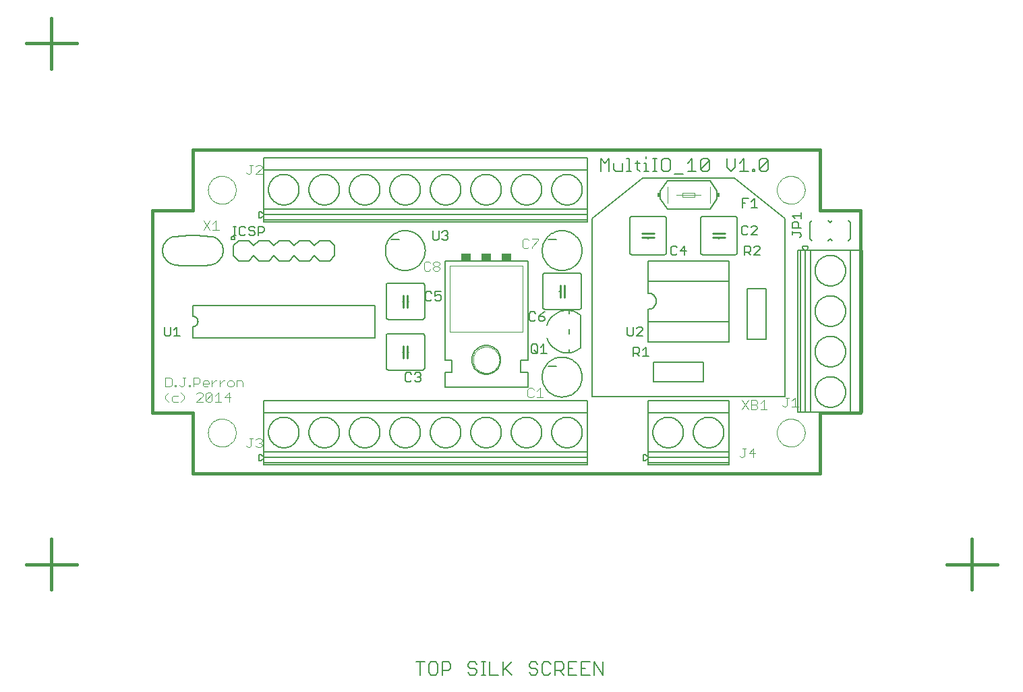
<source format=gto>
G75*
G70*
%OFA0B0*%
%FSLAX24Y24*%
%IPPOS*%
%LPD*%
%AMOC8*
5,1,8,0,0,1.08239X$1,22.5*
%
%ADD10C,0.0160*%
%ADD11C,0.0000*%
%ADD12C,0.0040*%
%ADD13C,0.0080*%
%ADD14C,0.0060*%
%ADD15C,0.0050*%
%ADD16C,0.0100*%
%ADD17C,0.0020*%
%ADD18R,0.0500X0.0350*%
%ADD19R,0.0140X0.0240*%
D10*
X004331Y004583D02*
X004331Y007083D01*
X003081Y005833D02*
X005581Y005833D01*
X011331Y010333D02*
X011331Y013333D01*
X009331Y013333D01*
X009331Y023333D01*
X011331Y023333D01*
X011331Y026333D01*
X042331Y026333D01*
X042331Y023333D01*
X044331Y023333D01*
X044331Y013333D01*
X042331Y013333D01*
X042331Y010333D01*
X011331Y010333D01*
X004331Y030333D02*
X004331Y032833D01*
X003081Y031583D02*
X005581Y031583D01*
X048581Y005833D02*
X051081Y005833D01*
X049831Y004583D02*
X049831Y007083D01*
D11*
X040204Y012333D02*
X040206Y012385D01*
X040212Y012437D01*
X040222Y012488D01*
X040235Y012538D01*
X040253Y012588D01*
X040274Y012635D01*
X040298Y012681D01*
X040327Y012725D01*
X040358Y012767D01*
X040392Y012806D01*
X040429Y012843D01*
X040469Y012876D01*
X040512Y012907D01*
X040556Y012934D01*
X040602Y012958D01*
X040651Y012978D01*
X040700Y012994D01*
X040751Y013007D01*
X040802Y013016D01*
X040854Y013021D01*
X040906Y013022D01*
X040958Y013019D01*
X041010Y013012D01*
X041061Y013001D01*
X041111Y012987D01*
X041160Y012968D01*
X041207Y012946D01*
X041252Y012921D01*
X041296Y012892D01*
X041337Y012860D01*
X041376Y012825D01*
X041411Y012787D01*
X041444Y012746D01*
X041474Y012704D01*
X041500Y012659D01*
X041523Y012612D01*
X041542Y012563D01*
X041558Y012513D01*
X041570Y012463D01*
X041578Y012411D01*
X041582Y012359D01*
X041582Y012307D01*
X041578Y012255D01*
X041570Y012203D01*
X041558Y012153D01*
X041542Y012103D01*
X041523Y012054D01*
X041500Y012007D01*
X041474Y011962D01*
X041444Y011920D01*
X041411Y011879D01*
X041376Y011841D01*
X041337Y011806D01*
X041296Y011774D01*
X041252Y011745D01*
X041207Y011720D01*
X041160Y011698D01*
X041111Y011679D01*
X041061Y011665D01*
X041010Y011654D01*
X040958Y011647D01*
X040906Y011644D01*
X040854Y011645D01*
X040802Y011650D01*
X040751Y011659D01*
X040700Y011672D01*
X040651Y011688D01*
X040602Y011708D01*
X040556Y011732D01*
X040512Y011759D01*
X040469Y011790D01*
X040429Y011823D01*
X040392Y011860D01*
X040358Y011899D01*
X040327Y011941D01*
X040298Y011985D01*
X040274Y012031D01*
X040253Y012078D01*
X040235Y012128D01*
X040222Y012178D01*
X040212Y012229D01*
X040206Y012281D01*
X040204Y012333D01*
X025181Y015933D02*
X025183Y015983D01*
X025189Y016033D01*
X025199Y016083D01*
X025212Y016131D01*
X025229Y016179D01*
X025250Y016225D01*
X025274Y016269D01*
X025302Y016311D01*
X025333Y016351D01*
X025367Y016388D01*
X025404Y016423D01*
X025443Y016454D01*
X025484Y016483D01*
X025528Y016508D01*
X025574Y016530D01*
X025621Y016548D01*
X025669Y016562D01*
X025718Y016573D01*
X025768Y016580D01*
X025818Y016583D01*
X025869Y016582D01*
X025919Y016577D01*
X025969Y016568D01*
X026017Y016556D01*
X026065Y016539D01*
X026111Y016519D01*
X026156Y016496D01*
X026199Y016469D01*
X026239Y016439D01*
X026277Y016406D01*
X026312Y016370D01*
X026345Y016331D01*
X026374Y016290D01*
X026400Y016247D01*
X026423Y016202D01*
X026442Y016155D01*
X026457Y016107D01*
X026469Y016058D01*
X026477Y016008D01*
X026481Y015958D01*
X026481Y015908D01*
X026477Y015858D01*
X026469Y015808D01*
X026457Y015759D01*
X026442Y015711D01*
X026423Y015664D01*
X026400Y015619D01*
X026374Y015576D01*
X026345Y015535D01*
X026312Y015496D01*
X026277Y015460D01*
X026239Y015427D01*
X026199Y015397D01*
X026156Y015370D01*
X026111Y015347D01*
X026065Y015327D01*
X026017Y015310D01*
X025969Y015298D01*
X025919Y015289D01*
X025869Y015284D01*
X025818Y015283D01*
X025768Y015286D01*
X025718Y015293D01*
X025669Y015304D01*
X025621Y015318D01*
X025574Y015336D01*
X025528Y015358D01*
X025484Y015383D01*
X025443Y015412D01*
X025404Y015443D01*
X025367Y015478D01*
X025333Y015515D01*
X025302Y015555D01*
X025274Y015597D01*
X025250Y015641D01*
X025229Y015687D01*
X025212Y015735D01*
X025199Y015783D01*
X025189Y015833D01*
X025183Y015883D01*
X025181Y015933D01*
X012079Y012333D02*
X012081Y012385D01*
X012087Y012437D01*
X012097Y012488D01*
X012110Y012538D01*
X012128Y012588D01*
X012149Y012635D01*
X012173Y012681D01*
X012202Y012725D01*
X012233Y012767D01*
X012267Y012806D01*
X012304Y012843D01*
X012344Y012876D01*
X012387Y012907D01*
X012431Y012934D01*
X012477Y012958D01*
X012526Y012978D01*
X012575Y012994D01*
X012626Y013007D01*
X012677Y013016D01*
X012729Y013021D01*
X012781Y013022D01*
X012833Y013019D01*
X012885Y013012D01*
X012936Y013001D01*
X012986Y012987D01*
X013035Y012968D01*
X013082Y012946D01*
X013127Y012921D01*
X013171Y012892D01*
X013212Y012860D01*
X013251Y012825D01*
X013286Y012787D01*
X013319Y012746D01*
X013349Y012704D01*
X013375Y012659D01*
X013398Y012612D01*
X013417Y012563D01*
X013433Y012513D01*
X013445Y012463D01*
X013453Y012411D01*
X013457Y012359D01*
X013457Y012307D01*
X013453Y012255D01*
X013445Y012203D01*
X013433Y012153D01*
X013417Y012103D01*
X013398Y012054D01*
X013375Y012007D01*
X013349Y011962D01*
X013319Y011920D01*
X013286Y011879D01*
X013251Y011841D01*
X013212Y011806D01*
X013171Y011774D01*
X013127Y011745D01*
X013082Y011720D01*
X013035Y011698D01*
X012986Y011679D01*
X012936Y011665D01*
X012885Y011654D01*
X012833Y011647D01*
X012781Y011644D01*
X012729Y011645D01*
X012677Y011650D01*
X012626Y011659D01*
X012575Y011672D01*
X012526Y011688D01*
X012477Y011708D01*
X012431Y011732D01*
X012387Y011759D01*
X012344Y011790D01*
X012304Y011823D01*
X012267Y011860D01*
X012233Y011899D01*
X012202Y011941D01*
X012173Y011985D01*
X012149Y012031D01*
X012128Y012078D01*
X012110Y012128D01*
X012097Y012178D01*
X012087Y012229D01*
X012081Y012281D01*
X012079Y012333D01*
X012079Y024333D02*
X012081Y024385D01*
X012087Y024437D01*
X012097Y024488D01*
X012110Y024538D01*
X012128Y024588D01*
X012149Y024635D01*
X012173Y024681D01*
X012202Y024725D01*
X012233Y024767D01*
X012267Y024806D01*
X012304Y024843D01*
X012344Y024876D01*
X012387Y024907D01*
X012431Y024934D01*
X012477Y024958D01*
X012526Y024978D01*
X012575Y024994D01*
X012626Y025007D01*
X012677Y025016D01*
X012729Y025021D01*
X012781Y025022D01*
X012833Y025019D01*
X012885Y025012D01*
X012936Y025001D01*
X012986Y024987D01*
X013035Y024968D01*
X013082Y024946D01*
X013127Y024921D01*
X013171Y024892D01*
X013212Y024860D01*
X013251Y024825D01*
X013286Y024787D01*
X013319Y024746D01*
X013349Y024704D01*
X013375Y024659D01*
X013398Y024612D01*
X013417Y024563D01*
X013433Y024513D01*
X013445Y024463D01*
X013453Y024411D01*
X013457Y024359D01*
X013457Y024307D01*
X013453Y024255D01*
X013445Y024203D01*
X013433Y024153D01*
X013417Y024103D01*
X013398Y024054D01*
X013375Y024007D01*
X013349Y023962D01*
X013319Y023920D01*
X013286Y023879D01*
X013251Y023841D01*
X013212Y023806D01*
X013171Y023774D01*
X013127Y023745D01*
X013082Y023720D01*
X013035Y023698D01*
X012986Y023679D01*
X012936Y023665D01*
X012885Y023654D01*
X012833Y023647D01*
X012781Y023644D01*
X012729Y023645D01*
X012677Y023650D01*
X012626Y023659D01*
X012575Y023672D01*
X012526Y023688D01*
X012477Y023708D01*
X012431Y023732D01*
X012387Y023759D01*
X012344Y023790D01*
X012304Y023823D01*
X012267Y023860D01*
X012233Y023899D01*
X012202Y023941D01*
X012173Y023985D01*
X012149Y024031D01*
X012128Y024078D01*
X012110Y024128D01*
X012097Y024178D01*
X012087Y024229D01*
X012081Y024281D01*
X012079Y024333D01*
X040204Y024333D02*
X040206Y024385D01*
X040212Y024437D01*
X040222Y024488D01*
X040235Y024538D01*
X040253Y024588D01*
X040274Y024635D01*
X040298Y024681D01*
X040327Y024725D01*
X040358Y024767D01*
X040392Y024806D01*
X040429Y024843D01*
X040469Y024876D01*
X040512Y024907D01*
X040556Y024934D01*
X040602Y024958D01*
X040651Y024978D01*
X040700Y024994D01*
X040751Y025007D01*
X040802Y025016D01*
X040854Y025021D01*
X040906Y025022D01*
X040958Y025019D01*
X041010Y025012D01*
X041061Y025001D01*
X041111Y024987D01*
X041160Y024968D01*
X041207Y024946D01*
X041252Y024921D01*
X041296Y024892D01*
X041337Y024860D01*
X041376Y024825D01*
X041411Y024787D01*
X041444Y024746D01*
X041474Y024704D01*
X041500Y024659D01*
X041523Y024612D01*
X041542Y024563D01*
X041558Y024513D01*
X041570Y024463D01*
X041578Y024411D01*
X041582Y024359D01*
X041582Y024307D01*
X041578Y024255D01*
X041570Y024203D01*
X041558Y024153D01*
X041542Y024103D01*
X041523Y024054D01*
X041500Y024007D01*
X041474Y023962D01*
X041444Y023920D01*
X041411Y023879D01*
X041376Y023841D01*
X041337Y023806D01*
X041296Y023774D01*
X041252Y023745D01*
X041207Y023720D01*
X041160Y023698D01*
X041111Y023679D01*
X041061Y023665D01*
X041010Y023654D01*
X040958Y023647D01*
X040906Y023644D01*
X040854Y023645D01*
X040802Y023650D01*
X040751Y023659D01*
X040700Y023672D01*
X040651Y023688D01*
X040602Y023708D01*
X040556Y023732D01*
X040512Y023759D01*
X040469Y023790D01*
X040429Y023823D01*
X040392Y023860D01*
X040358Y023899D01*
X040327Y023941D01*
X040298Y023985D01*
X040274Y024031D01*
X040253Y024078D01*
X040235Y024128D01*
X040222Y024178D01*
X040212Y024229D01*
X040206Y024281D01*
X040204Y024333D01*
D12*
X028393Y021914D02*
X028393Y021837D01*
X028086Y021530D01*
X028086Y021453D01*
X027933Y021530D02*
X027856Y021453D01*
X027703Y021453D01*
X027626Y021530D01*
X027626Y021837D01*
X027703Y021914D01*
X027856Y021914D01*
X027933Y021837D01*
X028086Y021914D02*
X028393Y021914D01*
X023518Y020712D02*
X023518Y020635D01*
X023442Y020559D01*
X023288Y020559D01*
X023211Y020635D01*
X023211Y020712D01*
X023288Y020789D01*
X023442Y020789D01*
X023518Y020712D01*
X023442Y020559D02*
X023518Y020482D01*
X023518Y020405D01*
X023442Y020328D01*
X023288Y020328D01*
X023211Y020405D01*
X023211Y020482D01*
X023288Y020559D01*
X023058Y020712D02*
X022981Y020789D01*
X022828Y020789D01*
X022751Y020712D01*
X022751Y020405D01*
X022828Y020328D01*
X022981Y020328D01*
X023058Y020405D01*
X014748Y025103D02*
X014441Y025103D01*
X014748Y025410D01*
X014748Y025487D01*
X014671Y025564D01*
X014518Y025564D01*
X014441Y025487D01*
X014287Y025564D02*
X014134Y025564D01*
X014211Y025564D02*
X014211Y025180D01*
X014134Y025103D01*
X014057Y025103D01*
X013980Y025180D01*
X012465Y022814D02*
X012465Y022353D01*
X012618Y022353D02*
X012311Y022353D01*
X012158Y022353D02*
X011851Y022814D01*
X012158Y022814D02*
X011851Y022353D01*
X012311Y022660D02*
X012465Y022814D01*
X011587Y015064D02*
X011664Y014987D01*
X011664Y014834D01*
X011587Y014757D01*
X011357Y014757D01*
X011357Y014603D02*
X011357Y015064D01*
X011587Y015064D01*
X011818Y014834D02*
X011894Y014910D01*
X012048Y014910D01*
X012124Y014834D01*
X012124Y014757D01*
X011818Y014757D01*
X011818Y014680D02*
X011818Y014834D01*
X011818Y014680D02*
X011894Y014603D01*
X012048Y014603D01*
X012278Y014603D02*
X012278Y014910D01*
X012278Y014757D02*
X012431Y014910D01*
X012508Y014910D01*
X012662Y014910D02*
X012662Y014603D01*
X012662Y014757D02*
X012815Y014910D01*
X012892Y014910D01*
X013045Y014834D02*
X013122Y014910D01*
X013275Y014910D01*
X013352Y014834D01*
X013352Y014680D01*
X013275Y014603D01*
X013122Y014603D01*
X013045Y014680D01*
X013045Y014834D01*
X013506Y014910D02*
X013736Y014910D01*
X013813Y014834D01*
X013813Y014603D01*
X013506Y014603D02*
X013506Y014910D01*
X013122Y014314D02*
X012892Y014084D01*
X013199Y014084D01*
X013122Y014314D02*
X013122Y013853D01*
X012738Y013853D02*
X012431Y013853D01*
X012585Y013853D02*
X012585Y014314D01*
X012431Y014160D01*
X012278Y014237D02*
X011971Y013930D01*
X012048Y013853D01*
X012201Y013853D01*
X012278Y013930D01*
X012278Y014237D01*
X012201Y014314D01*
X012048Y014314D01*
X011971Y014237D01*
X011971Y013930D01*
X011818Y013853D02*
X011511Y013853D01*
X011818Y014160D01*
X011818Y014237D01*
X011741Y014314D01*
X011587Y014314D01*
X011511Y014237D01*
X011204Y014603D02*
X011127Y014603D01*
X011127Y014680D01*
X011204Y014680D01*
X011204Y014603D01*
X010897Y014680D02*
X010897Y015064D01*
X010973Y015064D02*
X010820Y015064D01*
X010897Y014680D02*
X010820Y014603D01*
X010743Y014603D01*
X010667Y014680D01*
X010513Y014680D02*
X010513Y014603D01*
X010436Y014603D01*
X010436Y014680D01*
X010513Y014680D01*
X010283Y014680D02*
X010283Y014987D01*
X010206Y015064D01*
X009976Y015064D01*
X009976Y014603D01*
X010206Y014603D01*
X010283Y014680D01*
X010129Y014314D02*
X009976Y014160D01*
X009976Y014007D01*
X010129Y013853D01*
X010283Y013930D02*
X010360Y013853D01*
X010590Y013853D01*
X010743Y013853D02*
X010897Y014007D01*
X010897Y014160D01*
X010743Y014314D01*
X010590Y014160D02*
X010360Y014160D01*
X010283Y014084D01*
X010283Y013930D01*
X014134Y012064D02*
X014287Y012064D01*
X014211Y012064D02*
X014211Y011680D01*
X014134Y011603D01*
X014057Y011603D01*
X013980Y011680D01*
X014441Y011680D02*
X014518Y011603D01*
X014671Y011603D01*
X014748Y011680D01*
X014748Y011757D01*
X014671Y011834D01*
X014594Y011834D01*
X014671Y011834D02*
X014748Y011910D01*
X014748Y011987D01*
X014671Y012064D01*
X014518Y012064D01*
X014441Y011987D01*
X027876Y014155D02*
X027953Y014078D01*
X028106Y014078D01*
X028183Y014155D01*
X028336Y014078D02*
X028643Y014078D01*
X028490Y014078D02*
X028490Y014539D01*
X028336Y014385D01*
X028183Y014462D02*
X028106Y014539D01*
X027953Y014539D01*
X027876Y014462D01*
X027876Y014155D01*
X038355Y011180D02*
X038432Y011103D01*
X038509Y011103D01*
X038586Y011180D01*
X038586Y011564D01*
X038662Y011564D02*
X038509Y011564D01*
X038816Y011334D02*
X039123Y011334D01*
X039046Y011564D02*
X039046Y011103D01*
X038816Y011334D02*
X039046Y011564D01*
X039167Y013478D02*
X038936Y013478D01*
X038936Y013939D01*
X039167Y013939D01*
X039243Y013862D01*
X039243Y013785D01*
X039167Y013709D01*
X038936Y013709D01*
X039167Y013709D02*
X039243Y013632D01*
X039243Y013555D01*
X039167Y013478D01*
X039397Y013478D02*
X039704Y013478D01*
X039550Y013478D02*
X039550Y013939D01*
X039397Y013785D01*
X038783Y013939D02*
X038476Y013478D01*
X038783Y013478D02*
X038476Y013939D01*
X040480Y013680D02*
X040557Y013603D01*
X040634Y013603D01*
X040711Y013680D01*
X040711Y014064D01*
X040787Y014064D02*
X040634Y014064D01*
X040941Y013910D02*
X041094Y014064D01*
X041094Y013603D01*
X040941Y013603D02*
X041248Y013603D01*
D13*
X041236Y013342D02*
X041355Y013342D01*
X041355Y021342D01*
X041236Y021342D01*
X041236Y013342D01*
X041355Y013342D02*
X041600Y013342D01*
X041867Y013342D01*
X042061Y013342D01*
X043635Y013342D01*
X043825Y013342D01*
X044425Y013342D01*
X044425Y021342D01*
X043825Y021342D01*
X043635Y021342D01*
X042061Y021342D01*
X041867Y021342D01*
X041867Y013342D01*
X041600Y013342D02*
X041600Y021342D01*
X041521Y021342D01*
X041355Y021342D01*
X041462Y021463D02*
X041521Y021392D01*
X041521Y021342D01*
X041600Y021342D02*
X041684Y021342D01*
X041867Y021342D01*
X041743Y021463D02*
X041684Y021392D01*
X041684Y021342D01*
X041743Y021463D02*
X041743Y021566D01*
X041462Y021566D01*
X041462Y021463D01*
X040595Y022916D02*
X040595Y014119D01*
X031067Y014119D01*
X031067Y022916D01*
X033557Y024906D01*
X038105Y024906D01*
X040595Y022916D01*
X043825Y021342D02*
X043825Y013342D01*
X042087Y014342D02*
X042089Y014396D01*
X042095Y014451D01*
X042105Y014504D01*
X042118Y014557D01*
X042136Y014608D01*
X042157Y014659D01*
X042181Y014707D01*
X042209Y014754D01*
X042241Y014798D01*
X042275Y014840D01*
X042313Y014880D01*
X042353Y014917D01*
X042396Y014950D01*
X042441Y014981D01*
X042488Y015008D01*
X042537Y015032D01*
X042587Y015052D01*
X042639Y015069D01*
X042692Y015081D01*
X042746Y015090D01*
X042800Y015095D01*
X042855Y015096D01*
X042909Y015093D01*
X042963Y015086D01*
X043016Y015075D01*
X043069Y015061D01*
X043120Y015042D01*
X043170Y015020D01*
X043218Y014995D01*
X043264Y014966D01*
X043308Y014934D01*
X043350Y014899D01*
X043388Y014861D01*
X043424Y014820D01*
X043457Y014776D01*
X043487Y014731D01*
X043513Y014683D01*
X043536Y014634D01*
X043556Y014583D01*
X043571Y014531D01*
X043583Y014477D01*
X043591Y014424D01*
X043595Y014369D01*
X043595Y014315D01*
X043591Y014260D01*
X043583Y014207D01*
X043571Y014153D01*
X043556Y014101D01*
X043536Y014050D01*
X043513Y014001D01*
X043487Y013953D01*
X043457Y013908D01*
X043424Y013864D01*
X043388Y013823D01*
X043350Y013785D01*
X043308Y013750D01*
X043264Y013718D01*
X043218Y013689D01*
X043170Y013664D01*
X043120Y013642D01*
X043069Y013623D01*
X043016Y013609D01*
X042963Y013598D01*
X042909Y013591D01*
X042855Y013588D01*
X042800Y013589D01*
X042746Y013594D01*
X042692Y013603D01*
X042639Y013615D01*
X042587Y013632D01*
X042537Y013652D01*
X042488Y013676D01*
X042441Y013703D01*
X042396Y013734D01*
X042353Y013767D01*
X042313Y013804D01*
X042275Y013844D01*
X042241Y013886D01*
X042209Y013930D01*
X042181Y013977D01*
X042157Y014025D01*
X042136Y014076D01*
X042118Y014127D01*
X042105Y014180D01*
X042095Y014233D01*
X042089Y014288D01*
X042087Y014342D01*
X042087Y016342D02*
X042089Y016396D01*
X042095Y016451D01*
X042105Y016504D01*
X042118Y016557D01*
X042136Y016608D01*
X042157Y016659D01*
X042181Y016707D01*
X042209Y016754D01*
X042241Y016798D01*
X042275Y016840D01*
X042313Y016880D01*
X042353Y016917D01*
X042396Y016950D01*
X042441Y016981D01*
X042488Y017008D01*
X042537Y017032D01*
X042587Y017052D01*
X042639Y017069D01*
X042692Y017081D01*
X042746Y017090D01*
X042800Y017095D01*
X042855Y017096D01*
X042909Y017093D01*
X042963Y017086D01*
X043016Y017075D01*
X043069Y017061D01*
X043120Y017042D01*
X043170Y017020D01*
X043218Y016995D01*
X043264Y016966D01*
X043308Y016934D01*
X043350Y016899D01*
X043388Y016861D01*
X043424Y016820D01*
X043457Y016776D01*
X043487Y016731D01*
X043513Y016683D01*
X043536Y016634D01*
X043556Y016583D01*
X043571Y016531D01*
X043583Y016477D01*
X043591Y016424D01*
X043595Y016369D01*
X043595Y016315D01*
X043591Y016260D01*
X043583Y016207D01*
X043571Y016153D01*
X043556Y016101D01*
X043536Y016050D01*
X043513Y016001D01*
X043487Y015953D01*
X043457Y015908D01*
X043424Y015864D01*
X043388Y015823D01*
X043350Y015785D01*
X043308Y015750D01*
X043264Y015718D01*
X043218Y015689D01*
X043170Y015664D01*
X043120Y015642D01*
X043069Y015623D01*
X043016Y015609D01*
X042963Y015598D01*
X042909Y015591D01*
X042855Y015588D01*
X042800Y015589D01*
X042746Y015594D01*
X042692Y015603D01*
X042639Y015615D01*
X042587Y015632D01*
X042537Y015652D01*
X042488Y015676D01*
X042441Y015703D01*
X042396Y015734D01*
X042353Y015767D01*
X042313Y015804D01*
X042275Y015844D01*
X042241Y015886D01*
X042209Y015930D01*
X042181Y015977D01*
X042157Y016025D01*
X042136Y016076D01*
X042118Y016127D01*
X042105Y016180D01*
X042095Y016233D01*
X042089Y016288D01*
X042087Y016342D01*
X039678Y016968D02*
X038734Y016968D01*
X038734Y019448D01*
X039678Y019448D01*
X039678Y016968D01*
X036571Y015806D02*
X036571Y014861D01*
X034091Y014861D01*
X034091Y015806D01*
X036571Y015806D01*
X037823Y013928D02*
X033823Y013928D01*
X033823Y013327D01*
X033823Y013137D01*
X033823Y011563D01*
X033823Y011370D01*
X037823Y011370D01*
X037823Y011102D01*
X037823Y010857D01*
X037823Y010739D01*
X033823Y010739D01*
X033823Y010857D01*
X037823Y010857D01*
X037823Y011102D02*
X033823Y011102D01*
X033823Y011023D01*
X033823Y010857D01*
X033702Y010964D02*
X033772Y011023D01*
X033823Y011023D01*
X033823Y011102D02*
X033823Y011186D01*
X033823Y011370D01*
X033702Y011246D02*
X033772Y011186D01*
X033823Y011186D01*
X033702Y011246D02*
X033598Y011246D01*
X033598Y010964D01*
X033702Y010964D01*
X034069Y012343D02*
X034071Y012397D01*
X034077Y012452D01*
X034087Y012505D01*
X034100Y012558D01*
X034118Y012609D01*
X034139Y012660D01*
X034163Y012708D01*
X034191Y012755D01*
X034223Y012799D01*
X034257Y012841D01*
X034295Y012881D01*
X034335Y012918D01*
X034378Y012951D01*
X034423Y012982D01*
X034470Y013009D01*
X034519Y013033D01*
X034569Y013053D01*
X034621Y013070D01*
X034674Y013082D01*
X034728Y013091D01*
X034782Y013096D01*
X034837Y013097D01*
X034891Y013094D01*
X034945Y013087D01*
X034998Y013076D01*
X035051Y013062D01*
X035102Y013043D01*
X035152Y013021D01*
X035200Y012996D01*
X035246Y012967D01*
X035290Y012935D01*
X035332Y012900D01*
X035370Y012862D01*
X035406Y012821D01*
X035439Y012777D01*
X035469Y012732D01*
X035495Y012684D01*
X035518Y012635D01*
X035538Y012584D01*
X035553Y012532D01*
X035565Y012478D01*
X035573Y012425D01*
X035577Y012370D01*
X035577Y012316D01*
X035573Y012261D01*
X035565Y012208D01*
X035553Y012154D01*
X035538Y012102D01*
X035518Y012051D01*
X035495Y012002D01*
X035469Y011954D01*
X035439Y011909D01*
X035406Y011865D01*
X035370Y011824D01*
X035332Y011786D01*
X035290Y011751D01*
X035246Y011719D01*
X035200Y011690D01*
X035152Y011665D01*
X035102Y011643D01*
X035051Y011624D01*
X034998Y011610D01*
X034945Y011599D01*
X034891Y011592D01*
X034837Y011589D01*
X034782Y011590D01*
X034728Y011595D01*
X034674Y011604D01*
X034621Y011616D01*
X034569Y011633D01*
X034519Y011653D01*
X034470Y011677D01*
X034423Y011704D01*
X034378Y011735D01*
X034335Y011768D01*
X034295Y011805D01*
X034257Y011845D01*
X034223Y011887D01*
X034191Y011931D01*
X034163Y011978D01*
X034139Y012026D01*
X034118Y012077D01*
X034100Y012128D01*
X034087Y012181D01*
X034077Y012234D01*
X034071Y012289D01*
X034069Y012343D01*
X033823Y013327D02*
X037823Y013327D01*
X037823Y013928D01*
X037823Y013327D02*
X037823Y013137D01*
X037823Y011563D01*
X037823Y011370D01*
X036069Y012343D02*
X036071Y012397D01*
X036077Y012452D01*
X036087Y012505D01*
X036100Y012558D01*
X036118Y012609D01*
X036139Y012660D01*
X036163Y012708D01*
X036191Y012755D01*
X036223Y012799D01*
X036257Y012841D01*
X036295Y012881D01*
X036335Y012918D01*
X036378Y012951D01*
X036423Y012982D01*
X036470Y013009D01*
X036519Y013033D01*
X036569Y013053D01*
X036621Y013070D01*
X036674Y013082D01*
X036728Y013091D01*
X036782Y013096D01*
X036837Y013097D01*
X036891Y013094D01*
X036945Y013087D01*
X036998Y013076D01*
X037051Y013062D01*
X037102Y013043D01*
X037152Y013021D01*
X037200Y012996D01*
X037246Y012967D01*
X037290Y012935D01*
X037332Y012900D01*
X037370Y012862D01*
X037406Y012821D01*
X037439Y012777D01*
X037469Y012732D01*
X037495Y012684D01*
X037518Y012635D01*
X037538Y012584D01*
X037553Y012532D01*
X037565Y012478D01*
X037573Y012425D01*
X037577Y012370D01*
X037577Y012316D01*
X037573Y012261D01*
X037565Y012208D01*
X037553Y012154D01*
X037538Y012102D01*
X037518Y012051D01*
X037495Y012002D01*
X037469Y011954D01*
X037439Y011909D01*
X037406Y011865D01*
X037370Y011824D01*
X037332Y011786D01*
X037290Y011751D01*
X037246Y011719D01*
X037200Y011690D01*
X037152Y011665D01*
X037102Y011643D01*
X037051Y011624D01*
X036998Y011610D01*
X036945Y011599D01*
X036891Y011592D01*
X036837Y011589D01*
X036782Y011590D01*
X036728Y011595D01*
X036674Y011604D01*
X036621Y011616D01*
X036569Y011633D01*
X036519Y011653D01*
X036470Y011677D01*
X036423Y011704D01*
X036378Y011735D01*
X036335Y011768D01*
X036295Y011805D01*
X036257Y011845D01*
X036223Y011887D01*
X036191Y011931D01*
X036163Y011978D01*
X036139Y012026D01*
X036118Y012077D01*
X036100Y012128D01*
X036087Y012181D01*
X036077Y012234D01*
X036071Y012289D01*
X036069Y012343D01*
X030823Y011563D02*
X030823Y011370D01*
X030823Y011102D01*
X030823Y010857D01*
X030823Y010739D01*
X014823Y010739D01*
X014823Y010857D01*
X030823Y010857D01*
X030823Y011102D02*
X014823Y011102D01*
X014823Y011023D01*
X014823Y010857D01*
X014702Y010964D02*
X014772Y011023D01*
X014823Y011023D01*
X014823Y011102D02*
X014823Y011186D01*
X014823Y011370D01*
X030823Y011370D01*
X030823Y011563D02*
X030823Y013137D01*
X030823Y013327D01*
X030823Y013928D01*
X014823Y013928D01*
X014823Y013327D01*
X014823Y013137D01*
X014823Y011563D01*
X014823Y011370D01*
X014702Y011246D02*
X014772Y011186D01*
X014823Y011186D01*
X014702Y011246D02*
X014598Y011246D01*
X014598Y010964D01*
X014702Y010964D01*
X015069Y012343D02*
X015071Y012397D01*
X015077Y012452D01*
X015087Y012505D01*
X015100Y012558D01*
X015118Y012609D01*
X015139Y012660D01*
X015163Y012708D01*
X015191Y012755D01*
X015223Y012799D01*
X015257Y012841D01*
X015295Y012881D01*
X015335Y012918D01*
X015378Y012951D01*
X015423Y012982D01*
X015470Y013009D01*
X015519Y013033D01*
X015569Y013053D01*
X015621Y013070D01*
X015674Y013082D01*
X015728Y013091D01*
X015782Y013096D01*
X015837Y013097D01*
X015891Y013094D01*
X015945Y013087D01*
X015998Y013076D01*
X016051Y013062D01*
X016102Y013043D01*
X016152Y013021D01*
X016200Y012996D01*
X016246Y012967D01*
X016290Y012935D01*
X016332Y012900D01*
X016370Y012862D01*
X016406Y012821D01*
X016439Y012777D01*
X016469Y012732D01*
X016495Y012684D01*
X016518Y012635D01*
X016538Y012584D01*
X016553Y012532D01*
X016565Y012478D01*
X016573Y012425D01*
X016577Y012370D01*
X016577Y012316D01*
X016573Y012261D01*
X016565Y012208D01*
X016553Y012154D01*
X016538Y012102D01*
X016518Y012051D01*
X016495Y012002D01*
X016469Y011954D01*
X016439Y011909D01*
X016406Y011865D01*
X016370Y011824D01*
X016332Y011786D01*
X016290Y011751D01*
X016246Y011719D01*
X016200Y011690D01*
X016152Y011665D01*
X016102Y011643D01*
X016051Y011624D01*
X015998Y011610D01*
X015945Y011599D01*
X015891Y011592D01*
X015837Y011589D01*
X015782Y011590D01*
X015728Y011595D01*
X015674Y011604D01*
X015621Y011616D01*
X015569Y011633D01*
X015519Y011653D01*
X015470Y011677D01*
X015423Y011704D01*
X015378Y011735D01*
X015335Y011768D01*
X015295Y011805D01*
X015257Y011845D01*
X015223Y011887D01*
X015191Y011931D01*
X015163Y011978D01*
X015139Y012026D01*
X015118Y012077D01*
X015100Y012128D01*
X015087Y012181D01*
X015077Y012234D01*
X015071Y012289D01*
X015069Y012343D01*
X014823Y013327D02*
X030823Y013327D01*
X029069Y012343D02*
X029071Y012397D01*
X029077Y012452D01*
X029087Y012505D01*
X029100Y012558D01*
X029118Y012609D01*
X029139Y012660D01*
X029163Y012708D01*
X029191Y012755D01*
X029223Y012799D01*
X029257Y012841D01*
X029295Y012881D01*
X029335Y012918D01*
X029378Y012951D01*
X029423Y012982D01*
X029470Y013009D01*
X029519Y013033D01*
X029569Y013053D01*
X029621Y013070D01*
X029674Y013082D01*
X029728Y013091D01*
X029782Y013096D01*
X029837Y013097D01*
X029891Y013094D01*
X029945Y013087D01*
X029998Y013076D01*
X030051Y013062D01*
X030102Y013043D01*
X030152Y013021D01*
X030200Y012996D01*
X030246Y012967D01*
X030290Y012935D01*
X030332Y012900D01*
X030370Y012862D01*
X030406Y012821D01*
X030439Y012777D01*
X030469Y012732D01*
X030495Y012684D01*
X030518Y012635D01*
X030538Y012584D01*
X030553Y012532D01*
X030565Y012478D01*
X030573Y012425D01*
X030577Y012370D01*
X030577Y012316D01*
X030573Y012261D01*
X030565Y012208D01*
X030553Y012154D01*
X030538Y012102D01*
X030518Y012051D01*
X030495Y012002D01*
X030469Y011954D01*
X030439Y011909D01*
X030406Y011865D01*
X030370Y011824D01*
X030332Y011786D01*
X030290Y011751D01*
X030246Y011719D01*
X030200Y011690D01*
X030152Y011665D01*
X030102Y011643D01*
X030051Y011624D01*
X029998Y011610D01*
X029945Y011599D01*
X029891Y011592D01*
X029837Y011589D01*
X029782Y011590D01*
X029728Y011595D01*
X029674Y011604D01*
X029621Y011616D01*
X029569Y011633D01*
X029519Y011653D01*
X029470Y011677D01*
X029423Y011704D01*
X029378Y011735D01*
X029335Y011768D01*
X029295Y011805D01*
X029257Y011845D01*
X029223Y011887D01*
X029191Y011931D01*
X029163Y011978D01*
X029139Y012026D01*
X029118Y012077D01*
X029100Y012128D01*
X029087Y012181D01*
X029077Y012234D01*
X029071Y012289D01*
X029069Y012343D01*
X027069Y012343D02*
X027071Y012397D01*
X027077Y012452D01*
X027087Y012505D01*
X027100Y012558D01*
X027118Y012609D01*
X027139Y012660D01*
X027163Y012708D01*
X027191Y012755D01*
X027223Y012799D01*
X027257Y012841D01*
X027295Y012881D01*
X027335Y012918D01*
X027378Y012951D01*
X027423Y012982D01*
X027470Y013009D01*
X027519Y013033D01*
X027569Y013053D01*
X027621Y013070D01*
X027674Y013082D01*
X027728Y013091D01*
X027782Y013096D01*
X027837Y013097D01*
X027891Y013094D01*
X027945Y013087D01*
X027998Y013076D01*
X028051Y013062D01*
X028102Y013043D01*
X028152Y013021D01*
X028200Y012996D01*
X028246Y012967D01*
X028290Y012935D01*
X028332Y012900D01*
X028370Y012862D01*
X028406Y012821D01*
X028439Y012777D01*
X028469Y012732D01*
X028495Y012684D01*
X028518Y012635D01*
X028538Y012584D01*
X028553Y012532D01*
X028565Y012478D01*
X028573Y012425D01*
X028577Y012370D01*
X028577Y012316D01*
X028573Y012261D01*
X028565Y012208D01*
X028553Y012154D01*
X028538Y012102D01*
X028518Y012051D01*
X028495Y012002D01*
X028469Y011954D01*
X028439Y011909D01*
X028406Y011865D01*
X028370Y011824D01*
X028332Y011786D01*
X028290Y011751D01*
X028246Y011719D01*
X028200Y011690D01*
X028152Y011665D01*
X028102Y011643D01*
X028051Y011624D01*
X027998Y011610D01*
X027945Y011599D01*
X027891Y011592D01*
X027837Y011589D01*
X027782Y011590D01*
X027728Y011595D01*
X027674Y011604D01*
X027621Y011616D01*
X027569Y011633D01*
X027519Y011653D01*
X027470Y011677D01*
X027423Y011704D01*
X027378Y011735D01*
X027335Y011768D01*
X027295Y011805D01*
X027257Y011845D01*
X027223Y011887D01*
X027191Y011931D01*
X027163Y011978D01*
X027139Y012026D01*
X027118Y012077D01*
X027100Y012128D01*
X027087Y012181D01*
X027077Y012234D01*
X027071Y012289D01*
X027069Y012343D01*
X025069Y012343D02*
X025071Y012397D01*
X025077Y012452D01*
X025087Y012505D01*
X025100Y012558D01*
X025118Y012609D01*
X025139Y012660D01*
X025163Y012708D01*
X025191Y012755D01*
X025223Y012799D01*
X025257Y012841D01*
X025295Y012881D01*
X025335Y012918D01*
X025378Y012951D01*
X025423Y012982D01*
X025470Y013009D01*
X025519Y013033D01*
X025569Y013053D01*
X025621Y013070D01*
X025674Y013082D01*
X025728Y013091D01*
X025782Y013096D01*
X025837Y013097D01*
X025891Y013094D01*
X025945Y013087D01*
X025998Y013076D01*
X026051Y013062D01*
X026102Y013043D01*
X026152Y013021D01*
X026200Y012996D01*
X026246Y012967D01*
X026290Y012935D01*
X026332Y012900D01*
X026370Y012862D01*
X026406Y012821D01*
X026439Y012777D01*
X026469Y012732D01*
X026495Y012684D01*
X026518Y012635D01*
X026538Y012584D01*
X026553Y012532D01*
X026565Y012478D01*
X026573Y012425D01*
X026577Y012370D01*
X026577Y012316D01*
X026573Y012261D01*
X026565Y012208D01*
X026553Y012154D01*
X026538Y012102D01*
X026518Y012051D01*
X026495Y012002D01*
X026469Y011954D01*
X026439Y011909D01*
X026406Y011865D01*
X026370Y011824D01*
X026332Y011786D01*
X026290Y011751D01*
X026246Y011719D01*
X026200Y011690D01*
X026152Y011665D01*
X026102Y011643D01*
X026051Y011624D01*
X025998Y011610D01*
X025945Y011599D01*
X025891Y011592D01*
X025837Y011589D01*
X025782Y011590D01*
X025728Y011595D01*
X025674Y011604D01*
X025621Y011616D01*
X025569Y011633D01*
X025519Y011653D01*
X025470Y011677D01*
X025423Y011704D01*
X025378Y011735D01*
X025335Y011768D01*
X025295Y011805D01*
X025257Y011845D01*
X025223Y011887D01*
X025191Y011931D01*
X025163Y011978D01*
X025139Y012026D01*
X025118Y012077D01*
X025100Y012128D01*
X025087Y012181D01*
X025077Y012234D01*
X025071Y012289D01*
X025069Y012343D01*
X023069Y012343D02*
X023071Y012397D01*
X023077Y012452D01*
X023087Y012505D01*
X023100Y012558D01*
X023118Y012609D01*
X023139Y012660D01*
X023163Y012708D01*
X023191Y012755D01*
X023223Y012799D01*
X023257Y012841D01*
X023295Y012881D01*
X023335Y012918D01*
X023378Y012951D01*
X023423Y012982D01*
X023470Y013009D01*
X023519Y013033D01*
X023569Y013053D01*
X023621Y013070D01*
X023674Y013082D01*
X023728Y013091D01*
X023782Y013096D01*
X023837Y013097D01*
X023891Y013094D01*
X023945Y013087D01*
X023998Y013076D01*
X024051Y013062D01*
X024102Y013043D01*
X024152Y013021D01*
X024200Y012996D01*
X024246Y012967D01*
X024290Y012935D01*
X024332Y012900D01*
X024370Y012862D01*
X024406Y012821D01*
X024439Y012777D01*
X024469Y012732D01*
X024495Y012684D01*
X024518Y012635D01*
X024538Y012584D01*
X024553Y012532D01*
X024565Y012478D01*
X024573Y012425D01*
X024577Y012370D01*
X024577Y012316D01*
X024573Y012261D01*
X024565Y012208D01*
X024553Y012154D01*
X024538Y012102D01*
X024518Y012051D01*
X024495Y012002D01*
X024469Y011954D01*
X024439Y011909D01*
X024406Y011865D01*
X024370Y011824D01*
X024332Y011786D01*
X024290Y011751D01*
X024246Y011719D01*
X024200Y011690D01*
X024152Y011665D01*
X024102Y011643D01*
X024051Y011624D01*
X023998Y011610D01*
X023945Y011599D01*
X023891Y011592D01*
X023837Y011589D01*
X023782Y011590D01*
X023728Y011595D01*
X023674Y011604D01*
X023621Y011616D01*
X023569Y011633D01*
X023519Y011653D01*
X023470Y011677D01*
X023423Y011704D01*
X023378Y011735D01*
X023335Y011768D01*
X023295Y011805D01*
X023257Y011845D01*
X023223Y011887D01*
X023191Y011931D01*
X023163Y011978D01*
X023139Y012026D01*
X023118Y012077D01*
X023100Y012128D01*
X023087Y012181D01*
X023077Y012234D01*
X023071Y012289D01*
X023069Y012343D01*
X021069Y012343D02*
X021071Y012397D01*
X021077Y012452D01*
X021087Y012505D01*
X021100Y012558D01*
X021118Y012609D01*
X021139Y012660D01*
X021163Y012708D01*
X021191Y012755D01*
X021223Y012799D01*
X021257Y012841D01*
X021295Y012881D01*
X021335Y012918D01*
X021378Y012951D01*
X021423Y012982D01*
X021470Y013009D01*
X021519Y013033D01*
X021569Y013053D01*
X021621Y013070D01*
X021674Y013082D01*
X021728Y013091D01*
X021782Y013096D01*
X021837Y013097D01*
X021891Y013094D01*
X021945Y013087D01*
X021998Y013076D01*
X022051Y013062D01*
X022102Y013043D01*
X022152Y013021D01*
X022200Y012996D01*
X022246Y012967D01*
X022290Y012935D01*
X022332Y012900D01*
X022370Y012862D01*
X022406Y012821D01*
X022439Y012777D01*
X022469Y012732D01*
X022495Y012684D01*
X022518Y012635D01*
X022538Y012584D01*
X022553Y012532D01*
X022565Y012478D01*
X022573Y012425D01*
X022577Y012370D01*
X022577Y012316D01*
X022573Y012261D01*
X022565Y012208D01*
X022553Y012154D01*
X022538Y012102D01*
X022518Y012051D01*
X022495Y012002D01*
X022469Y011954D01*
X022439Y011909D01*
X022406Y011865D01*
X022370Y011824D01*
X022332Y011786D01*
X022290Y011751D01*
X022246Y011719D01*
X022200Y011690D01*
X022152Y011665D01*
X022102Y011643D01*
X022051Y011624D01*
X021998Y011610D01*
X021945Y011599D01*
X021891Y011592D01*
X021837Y011589D01*
X021782Y011590D01*
X021728Y011595D01*
X021674Y011604D01*
X021621Y011616D01*
X021569Y011633D01*
X021519Y011653D01*
X021470Y011677D01*
X021423Y011704D01*
X021378Y011735D01*
X021335Y011768D01*
X021295Y011805D01*
X021257Y011845D01*
X021223Y011887D01*
X021191Y011931D01*
X021163Y011978D01*
X021139Y012026D01*
X021118Y012077D01*
X021100Y012128D01*
X021087Y012181D01*
X021077Y012234D01*
X021071Y012289D01*
X021069Y012343D01*
X019069Y012343D02*
X019071Y012397D01*
X019077Y012452D01*
X019087Y012505D01*
X019100Y012558D01*
X019118Y012609D01*
X019139Y012660D01*
X019163Y012708D01*
X019191Y012755D01*
X019223Y012799D01*
X019257Y012841D01*
X019295Y012881D01*
X019335Y012918D01*
X019378Y012951D01*
X019423Y012982D01*
X019470Y013009D01*
X019519Y013033D01*
X019569Y013053D01*
X019621Y013070D01*
X019674Y013082D01*
X019728Y013091D01*
X019782Y013096D01*
X019837Y013097D01*
X019891Y013094D01*
X019945Y013087D01*
X019998Y013076D01*
X020051Y013062D01*
X020102Y013043D01*
X020152Y013021D01*
X020200Y012996D01*
X020246Y012967D01*
X020290Y012935D01*
X020332Y012900D01*
X020370Y012862D01*
X020406Y012821D01*
X020439Y012777D01*
X020469Y012732D01*
X020495Y012684D01*
X020518Y012635D01*
X020538Y012584D01*
X020553Y012532D01*
X020565Y012478D01*
X020573Y012425D01*
X020577Y012370D01*
X020577Y012316D01*
X020573Y012261D01*
X020565Y012208D01*
X020553Y012154D01*
X020538Y012102D01*
X020518Y012051D01*
X020495Y012002D01*
X020469Y011954D01*
X020439Y011909D01*
X020406Y011865D01*
X020370Y011824D01*
X020332Y011786D01*
X020290Y011751D01*
X020246Y011719D01*
X020200Y011690D01*
X020152Y011665D01*
X020102Y011643D01*
X020051Y011624D01*
X019998Y011610D01*
X019945Y011599D01*
X019891Y011592D01*
X019837Y011589D01*
X019782Y011590D01*
X019728Y011595D01*
X019674Y011604D01*
X019621Y011616D01*
X019569Y011633D01*
X019519Y011653D01*
X019470Y011677D01*
X019423Y011704D01*
X019378Y011735D01*
X019335Y011768D01*
X019295Y011805D01*
X019257Y011845D01*
X019223Y011887D01*
X019191Y011931D01*
X019163Y011978D01*
X019139Y012026D01*
X019118Y012077D01*
X019100Y012128D01*
X019087Y012181D01*
X019077Y012234D01*
X019071Y012289D01*
X019069Y012343D01*
X017069Y012343D02*
X017071Y012397D01*
X017077Y012452D01*
X017087Y012505D01*
X017100Y012558D01*
X017118Y012609D01*
X017139Y012660D01*
X017163Y012708D01*
X017191Y012755D01*
X017223Y012799D01*
X017257Y012841D01*
X017295Y012881D01*
X017335Y012918D01*
X017378Y012951D01*
X017423Y012982D01*
X017470Y013009D01*
X017519Y013033D01*
X017569Y013053D01*
X017621Y013070D01*
X017674Y013082D01*
X017728Y013091D01*
X017782Y013096D01*
X017837Y013097D01*
X017891Y013094D01*
X017945Y013087D01*
X017998Y013076D01*
X018051Y013062D01*
X018102Y013043D01*
X018152Y013021D01*
X018200Y012996D01*
X018246Y012967D01*
X018290Y012935D01*
X018332Y012900D01*
X018370Y012862D01*
X018406Y012821D01*
X018439Y012777D01*
X018469Y012732D01*
X018495Y012684D01*
X018518Y012635D01*
X018538Y012584D01*
X018553Y012532D01*
X018565Y012478D01*
X018573Y012425D01*
X018577Y012370D01*
X018577Y012316D01*
X018573Y012261D01*
X018565Y012208D01*
X018553Y012154D01*
X018538Y012102D01*
X018518Y012051D01*
X018495Y012002D01*
X018469Y011954D01*
X018439Y011909D01*
X018406Y011865D01*
X018370Y011824D01*
X018332Y011786D01*
X018290Y011751D01*
X018246Y011719D01*
X018200Y011690D01*
X018152Y011665D01*
X018102Y011643D01*
X018051Y011624D01*
X017998Y011610D01*
X017945Y011599D01*
X017891Y011592D01*
X017837Y011589D01*
X017782Y011590D01*
X017728Y011595D01*
X017674Y011604D01*
X017621Y011616D01*
X017569Y011633D01*
X017519Y011653D01*
X017470Y011677D01*
X017423Y011704D01*
X017378Y011735D01*
X017335Y011768D01*
X017295Y011805D01*
X017257Y011845D01*
X017223Y011887D01*
X017191Y011931D01*
X017163Y011978D01*
X017139Y012026D01*
X017118Y012077D01*
X017100Y012128D01*
X017087Y012181D01*
X017077Y012234D01*
X017071Y012289D01*
X017069Y012343D01*
X012231Y022033D02*
X011872Y022065D01*
X011511Y022081D01*
X011151Y022081D01*
X010790Y022065D01*
X010431Y022033D01*
X010379Y022023D01*
X010328Y022009D01*
X010278Y021991D01*
X010230Y021970D01*
X010183Y021945D01*
X010139Y021917D01*
X010096Y021885D01*
X010056Y021851D01*
X010019Y021813D01*
X009985Y021773D01*
X009953Y021731D01*
X009925Y021686D01*
X009901Y021639D01*
X009880Y021591D01*
X009862Y021541D01*
X009849Y021490D01*
X009839Y021438D01*
X009833Y021386D01*
X009831Y021333D01*
X009833Y021280D01*
X009839Y021228D01*
X009849Y021176D01*
X009862Y021125D01*
X009880Y021075D01*
X009901Y021027D01*
X009925Y020980D01*
X009953Y020935D01*
X009985Y020893D01*
X010019Y020853D01*
X010056Y020815D01*
X010096Y020781D01*
X010139Y020749D01*
X010183Y020721D01*
X010230Y020696D01*
X010278Y020675D01*
X010328Y020657D01*
X010379Y020643D01*
X010431Y020633D01*
X012231Y020633D02*
X012283Y020643D01*
X012334Y020657D01*
X012384Y020675D01*
X012432Y020696D01*
X012479Y020721D01*
X012523Y020749D01*
X012566Y020781D01*
X012606Y020815D01*
X012643Y020853D01*
X012677Y020893D01*
X012709Y020935D01*
X012737Y020980D01*
X012761Y021027D01*
X012782Y021075D01*
X012800Y021125D01*
X012813Y021176D01*
X012823Y021228D01*
X012829Y021280D01*
X012831Y021333D01*
X012829Y021386D01*
X012823Y021438D01*
X012813Y021490D01*
X012800Y021541D01*
X012782Y021591D01*
X012761Y021639D01*
X012737Y021686D01*
X012709Y021731D01*
X012677Y021773D01*
X012643Y021813D01*
X012606Y021851D01*
X012566Y021885D01*
X012523Y021917D01*
X012479Y021945D01*
X012432Y021970D01*
X012384Y021991D01*
X012334Y022009D01*
X012283Y022023D01*
X012231Y022033D01*
X013246Y022027D02*
X013399Y022027D01*
X013399Y021873D01*
X013246Y021873D01*
X013246Y022027D01*
X013581Y021833D02*
X013331Y021583D01*
X013331Y021083D01*
X013581Y020833D01*
X014081Y020833D01*
X014331Y021083D01*
X014581Y020833D01*
X015081Y020833D01*
X015331Y021083D01*
X015581Y020833D01*
X016081Y020833D01*
X016331Y021083D01*
X016581Y020833D01*
X017081Y020833D01*
X017331Y021083D01*
X017581Y020833D01*
X018081Y020833D01*
X018331Y021083D01*
X018331Y021583D01*
X018081Y021833D01*
X017581Y021833D01*
X017331Y021583D01*
X017081Y021833D01*
X016581Y021833D01*
X016331Y021583D01*
X016081Y021833D01*
X015581Y021833D01*
X015331Y021583D01*
X015081Y021833D01*
X014581Y021833D01*
X014331Y021583D01*
X014081Y021833D01*
X013581Y021833D01*
X014823Y022739D02*
X014823Y022857D01*
X030823Y022857D01*
X030823Y022739D01*
X014823Y022739D01*
X014823Y022857D02*
X014823Y023023D01*
X014823Y023102D01*
X030823Y023102D01*
X030823Y022857D01*
X030823Y023102D02*
X030823Y023370D01*
X030823Y023563D01*
X030823Y025137D01*
X030823Y025327D01*
X030823Y025928D01*
X014823Y025928D01*
X014823Y025327D01*
X014823Y025137D01*
X014823Y023563D01*
X014823Y023370D01*
X030823Y023370D01*
X029069Y024343D02*
X029071Y024397D01*
X029077Y024452D01*
X029087Y024505D01*
X029100Y024558D01*
X029118Y024609D01*
X029139Y024660D01*
X029163Y024708D01*
X029191Y024755D01*
X029223Y024799D01*
X029257Y024841D01*
X029295Y024881D01*
X029335Y024918D01*
X029378Y024951D01*
X029423Y024982D01*
X029470Y025009D01*
X029519Y025033D01*
X029569Y025053D01*
X029621Y025070D01*
X029674Y025082D01*
X029728Y025091D01*
X029782Y025096D01*
X029837Y025097D01*
X029891Y025094D01*
X029945Y025087D01*
X029998Y025076D01*
X030051Y025062D01*
X030102Y025043D01*
X030152Y025021D01*
X030200Y024996D01*
X030246Y024967D01*
X030290Y024935D01*
X030332Y024900D01*
X030370Y024862D01*
X030406Y024821D01*
X030439Y024777D01*
X030469Y024732D01*
X030495Y024684D01*
X030518Y024635D01*
X030538Y024584D01*
X030553Y024532D01*
X030565Y024478D01*
X030573Y024425D01*
X030577Y024370D01*
X030577Y024316D01*
X030573Y024261D01*
X030565Y024208D01*
X030553Y024154D01*
X030538Y024102D01*
X030518Y024051D01*
X030495Y024002D01*
X030469Y023954D01*
X030439Y023909D01*
X030406Y023865D01*
X030370Y023824D01*
X030332Y023786D01*
X030290Y023751D01*
X030246Y023719D01*
X030200Y023690D01*
X030152Y023665D01*
X030102Y023643D01*
X030051Y023624D01*
X029998Y023610D01*
X029945Y023599D01*
X029891Y023592D01*
X029837Y023589D01*
X029782Y023590D01*
X029728Y023595D01*
X029674Y023604D01*
X029621Y023616D01*
X029569Y023633D01*
X029519Y023653D01*
X029470Y023677D01*
X029423Y023704D01*
X029378Y023735D01*
X029335Y023768D01*
X029295Y023805D01*
X029257Y023845D01*
X029223Y023887D01*
X029191Y023931D01*
X029163Y023978D01*
X029139Y024026D01*
X029118Y024077D01*
X029100Y024128D01*
X029087Y024181D01*
X029077Y024234D01*
X029071Y024289D01*
X029069Y024343D01*
X027069Y024343D02*
X027071Y024397D01*
X027077Y024452D01*
X027087Y024505D01*
X027100Y024558D01*
X027118Y024609D01*
X027139Y024660D01*
X027163Y024708D01*
X027191Y024755D01*
X027223Y024799D01*
X027257Y024841D01*
X027295Y024881D01*
X027335Y024918D01*
X027378Y024951D01*
X027423Y024982D01*
X027470Y025009D01*
X027519Y025033D01*
X027569Y025053D01*
X027621Y025070D01*
X027674Y025082D01*
X027728Y025091D01*
X027782Y025096D01*
X027837Y025097D01*
X027891Y025094D01*
X027945Y025087D01*
X027998Y025076D01*
X028051Y025062D01*
X028102Y025043D01*
X028152Y025021D01*
X028200Y024996D01*
X028246Y024967D01*
X028290Y024935D01*
X028332Y024900D01*
X028370Y024862D01*
X028406Y024821D01*
X028439Y024777D01*
X028469Y024732D01*
X028495Y024684D01*
X028518Y024635D01*
X028538Y024584D01*
X028553Y024532D01*
X028565Y024478D01*
X028573Y024425D01*
X028577Y024370D01*
X028577Y024316D01*
X028573Y024261D01*
X028565Y024208D01*
X028553Y024154D01*
X028538Y024102D01*
X028518Y024051D01*
X028495Y024002D01*
X028469Y023954D01*
X028439Y023909D01*
X028406Y023865D01*
X028370Y023824D01*
X028332Y023786D01*
X028290Y023751D01*
X028246Y023719D01*
X028200Y023690D01*
X028152Y023665D01*
X028102Y023643D01*
X028051Y023624D01*
X027998Y023610D01*
X027945Y023599D01*
X027891Y023592D01*
X027837Y023589D01*
X027782Y023590D01*
X027728Y023595D01*
X027674Y023604D01*
X027621Y023616D01*
X027569Y023633D01*
X027519Y023653D01*
X027470Y023677D01*
X027423Y023704D01*
X027378Y023735D01*
X027335Y023768D01*
X027295Y023805D01*
X027257Y023845D01*
X027223Y023887D01*
X027191Y023931D01*
X027163Y023978D01*
X027139Y024026D01*
X027118Y024077D01*
X027100Y024128D01*
X027087Y024181D01*
X027077Y024234D01*
X027071Y024289D01*
X027069Y024343D01*
X025069Y024343D02*
X025071Y024397D01*
X025077Y024452D01*
X025087Y024505D01*
X025100Y024558D01*
X025118Y024609D01*
X025139Y024660D01*
X025163Y024708D01*
X025191Y024755D01*
X025223Y024799D01*
X025257Y024841D01*
X025295Y024881D01*
X025335Y024918D01*
X025378Y024951D01*
X025423Y024982D01*
X025470Y025009D01*
X025519Y025033D01*
X025569Y025053D01*
X025621Y025070D01*
X025674Y025082D01*
X025728Y025091D01*
X025782Y025096D01*
X025837Y025097D01*
X025891Y025094D01*
X025945Y025087D01*
X025998Y025076D01*
X026051Y025062D01*
X026102Y025043D01*
X026152Y025021D01*
X026200Y024996D01*
X026246Y024967D01*
X026290Y024935D01*
X026332Y024900D01*
X026370Y024862D01*
X026406Y024821D01*
X026439Y024777D01*
X026469Y024732D01*
X026495Y024684D01*
X026518Y024635D01*
X026538Y024584D01*
X026553Y024532D01*
X026565Y024478D01*
X026573Y024425D01*
X026577Y024370D01*
X026577Y024316D01*
X026573Y024261D01*
X026565Y024208D01*
X026553Y024154D01*
X026538Y024102D01*
X026518Y024051D01*
X026495Y024002D01*
X026469Y023954D01*
X026439Y023909D01*
X026406Y023865D01*
X026370Y023824D01*
X026332Y023786D01*
X026290Y023751D01*
X026246Y023719D01*
X026200Y023690D01*
X026152Y023665D01*
X026102Y023643D01*
X026051Y023624D01*
X025998Y023610D01*
X025945Y023599D01*
X025891Y023592D01*
X025837Y023589D01*
X025782Y023590D01*
X025728Y023595D01*
X025674Y023604D01*
X025621Y023616D01*
X025569Y023633D01*
X025519Y023653D01*
X025470Y023677D01*
X025423Y023704D01*
X025378Y023735D01*
X025335Y023768D01*
X025295Y023805D01*
X025257Y023845D01*
X025223Y023887D01*
X025191Y023931D01*
X025163Y023978D01*
X025139Y024026D01*
X025118Y024077D01*
X025100Y024128D01*
X025087Y024181D01*
X025077Y024234D01*
X025071Y024289D01*
X025069Y024343D01*
X023069Y024343D02*
X023071Y024397D01*
X023077Y024452D01*
X023087Y024505D01*
X023100Y024558D01*
X023118Y024609D01*
X023139Y024660D01*
X023163Y024708D01*
X023191Y024755D01*
X023223Y024799D01*
X023257Y024841D01*
X023295Y024881D01*
X023335Y024918D01*
X023378Y024951D01*
X023423Y024982D01*
X023470Y025009D01*
X023519Y025033D01*
X023569Y025053D01*
X023621Y025070D01*
X023674Y025082D01*
X023728Y025091D01*
X023782Y025096D01*
X023837Y025097D01*
X023891Y025094D01*
X023945Y025087D01*
X023998Y025076D01*
X024051Y025062D01*
X024102Y025043D01*
X024152Y025021D01*
X024200Y024996D01*
X024246Y024967D01*
X024290Y024935D01*
X024332Y024900D01*
X024370Y024862D01*
X024406Y024821D01*
X024439Y024777D01*
X024469Y024732D01*
X024495Y024684D01*
X024518Y024635D01*
X024538Y024584D01*
X024553Y024532D01*
X024565Y024478D01*
X024573Y024425D01*
X024577Y024370D01*
X024577Y024316D01*
X024573Y024261D01*
X024565Y024208D01*
X024553Y024154D01*
X024538Y024102D01*
X024518Y024051D01*
X024495Y024002D01*
X024469Y023954D01*
X024439Y023909D01*
X024406Y023865D01*
X024370Y023824D01*
X024332Y023786D01*
X024290Y023751D01*
X024246Y023719D01*
X024200Y023690D01*
X024152Y023665D01*
X024102Y023643D01*
X024051Y023624D01*
X023998Y023610D01*
X023945Y023599D01*
X023891Y023592D01*
X023837Y023589D01*
X023782Y023590D01*
X023728Y023595D01*
X023674Y023604D01*
X023621Y023616D01*
X023569Y023633D01*
X023519Y023653D01*
X023470Y023677D01*
X023423Y023704D01*
X023378Y023735D01*
X023335Y023768D01*
X023295Y023805D01*
X023257Y023845D01*
X023223Y023887D01*
X023191Y023931D01*
X023163Y023978D01*
X023139Y024026D01*
X023118Y024077D01*
X023100Y024128D01*
X023087Y024181D01*
X023077Y024234D01*
X023071Y024289D01*
X023069Y024343D01*
X021069Y024343D02*
X021071Y024397D01*
X021077Y024452D01*
X021087Y024505D01*
X021100Y024558D01*
X021118Y024609D01*
X021139Y024660D01*
X021163Y024708D01*
X021191Y024755D01*
X021223Y024799D01*
X021257Y024841D01*
X021295Y024881D01*
X021335Y024918D01*
X021378Y024951D01*
X021423Y024982D01*
X021470Y025009D01*
X021519Y025033D01*
X021569Y025053D01*
X021621Y025070D01*
X021674Y025082D01*
X021728Y025091D01*
X021782Y025096D01*
X021837Y025097D01*
X021891Y025094D01*
X021945Y025087D01*
X021998Y025076D01*
X022051Y025062D01*
X022102Y025043D01*
X022152Y025021D01*
X022200Y024996D01*
X022246Y024967D01*
X022290Y024935D01*
X022332Y024900D01*
X022370Y024862D01*
X022406Y024821D01*
X022439Y024777D01*
X022469Y024732D01*
X022495Y024684D01*
X022518Y024635D01*
X022538Y024584D01*
X022553Y024532D01*
X022565Y024478D01*
X022573Y024425D01*
X022577Y024370D01*
X022577Y024316D01*
X022573Y024261D01*
X022565Y024208D01*
X022553Y024154D01*
X022538Y024102D01*
X022518Y024051D01*
X022495Y024002D01*
X022469Y023954D01*
X022439Y023909D01*
X022406Y023865D01*
X022370Y023824D01*
X022332Y023786D01*
X022290Y023751D01*
X022246Y023719D01*
X022200Y023690D01*
X022152Y023665D01*
X022102Y023643D01*
X022051Y023624D01*
X021998Y023610D01*
X021945Y023599D01*
X021891Y023592D01*
X021837Y023589D01*
X021782Y023590D01*
X021728Y023595D01*
X021674Y023604D01*
X021621Y023616D01*
X021569Y023633D01*
X021519Y023653D01*
X021470Y023677D01*
X021423Y023704D01*
X021378Y023735D01*
X021335Y023768D01*
X021295Y023805D01*
X021257Y023845D01*
X021223Y023887D01*
X021191Y023931D01*
X021163Y023978D01*
X021139Y024026D01*
X021118Y024077D01*
X021100Y024128D01*
X021087Y024181D01*
X021077Y024234D01*
X021071Y024289D01*
X021069Y024343D01*
X019069Y024343D02*
X019071Y024397D01*
X019077Y024452D01*
X019087Y024505D01*
X019100Y024558D01*
X019118Y024609D01*
X019139Y024660D01*
X019163Y024708D01*
X019191Y024755D01*
X019223Y024799D01*
X019257Y024841D01*
X019295Y024881D01*
X019335Y024918D01*
X019378Y024951D01*
X019423Y024982D01*
X019470Y025009D01*
X019519Y025033D01*
X019569Y025053D01*
X019621Y025070D01*
X019674Y025082D01*
X019728Y025091D01*
X019782Y025096D01*
X019837Y025097D01*
X019891Y025094D01*
X019945Y025087D01*
X019998Y025076D01*
X020051Y025062D01*
X020102Y025043D01*
X020152Y025021D01*
X020200Y024996D01*
X020246Y024967D01*
X020290Y024935D01*
X020332Y024900D01*
X020370Y024862D01*
X020406Y024821D01*
X020439Y024777D01*
X020469Y024732D01*
X020495Y024684D01*
X020518Y024635D01*
X020538Y024584D01*
X020553Y024532D01*
X020565Y024478D01*
X020573Y024425D01*
X020577Y024370D01*
X020577Y024316D01*
X020573Y024261D01*
X020565Y024208D01*
X020553Y024154D01*
X020538Y024102D01*
X020518Y024051D01*
X020495Y024002D01*
X020469Y023954D01*
X020439Y023909D01*
X020406Y023865D01*
X020370Y023824D01*
X020332Y023786D01*
X020290Y023751D01*
X020246Y023719D01*
X020200Y023690D01*
X020152Y023665D01*
X020102Y023643D01*
X020051Y023624D01*
X019998Y023610D01*
X019945Y023599D01*
X019891Y023592D01*
X019837Y023589D01*
X019782Y023590D01*
X019728Y023595D01*
X019674Y023604D01*
X019621Y023616D01*
X019569Y023633D01*
X019519Y023653D01*
X019470Y023677D01*
X019423Y023704D01*
X019378Y023735D01*
X019335Y023768D01*
X019295Y023805D01*
X019257Y023845D01*
X019223Y023887D01*
X019191Y023931D01*
X019163Y023978D01*
X019139Y024026D01*
X019118Y024077D01*
X019100Y024128D01*
X019087Y024181D01*
X019077Y024234D01*
X019071Y024289D01*
X019069Y024343D01*
X017069Y024343D02*
X017071Y024397D01*
X017077Y024452D01*
X017087Y024505D01*
X017100Y024558D01*
X017118Y024609D01*
X017139Y024660D01*
X017163Y024708D01*
X017191Y024755D01*
X017223Y024799D01*
X017257Y024841D01*
X017295Y024881D01*
X017335Y024918D01*
X017378Y024951D01*
X017423Y024982D01*
X017470Y025009D01*
X017519Y025033D01*
X017569Y025053D01*
X017621Y025070D01*
X017674Y025082D01*
X017728Y025091D01*
X017782Y025096D01*
X017837Y025097D01*
X017891Y025094D01*
X017945Y025087D01*
X017998Y025076D01*
X018051Y025062D01*
X018102Y025043D01*
X018152Y025021D01*
X018200Y024996D01*
X018246Y024967D01*
X018290Y024935D01*
X018332Y024900D01*
X018370Y024862D01*
X018406Y024821D01*
X018439Y024777D01*
X018469Y024732D01*
X018495Y024684D01*
X018518Y024635D01*
X018538Y024584D01*
X018553Y024532D01*
X018565Y024478D01*
X018573Y024425D01*
X018577Y024370D01*
X018577Y024316D01*
X018573Y024261D01*
X018565Y024208D01*
X018553Y024154D01*
X018538Y024102D01*
X018518Y024051D01*
X018495Y024002D01*
X018469Y023954D01*
X018439Y023909D01*
X018406Y023865D01*
X018370Y023824D01*
X018332Y023786D01*
X018290Y023751D01*
X018246Y023719D01*
X018200Y023690D01*
X018152Y023665D01*
X018102Y023643D01*
X018051Y023624D01*
X017998Y023610D01*
X017945Y023599D01*
X017891Y023592D01*
X017837Y023589D01*
X017782Y023590D01*
X017728Y023595D01*
X017674Y023604D01*
X017621Y023616D01*
X017569Y023633D01*
X017519Y023653D01*
X017470Y023677D01*
X017423Y023704D01*
X017378Y023735D01*
X017335Y023768D01*
X017295Y023805D01*
X017257Y023845D01*
X017223Y023887D01*
X017191Y023931D01*
X017163Y023978D01*
X017139Y024026D01*
X017118Y024077D01*
X017100Y024128D01*
X017087Y024181D01*
X017077Y024234D01*
X017071Y024289D01*
X017069Y024343D01*
X015069Y024343D02*
X015071Y024397D01*
X015077Y024452D01*
X015087Y024505D01*
X015100Y024558D01*
X015118Y024609D01*
X015139Y024660D01*
X015163Y024708D01*
X015191Y024755D01*
X015223Y024799D01*
X015257Y024841D01*
X015295Y024881D01*
X015335Y024918D01*
X015378Y024951D01*
X015423Y024982D01*
X015470Y025009D01*
X015519Y025033D01*
X015569Y025053D01*
X015621Y025070D01*
X015674Y025082D01*
X015728Y025091D01*
X015782Y025096D01*
X015837Y025097D01*
X015891Y025094D01*
X015945Y025087D01*
X015998Y025076D01*
X016051Y025062D01*
X016102Y025043D01*
X016152Y025021D01*
X016200Y024996D01*
X016246Y024967D01*
X016290Y024935D01*
X016332Y024900D01*
X016370Y024862D01*
X016406Y024821D01*
X016439Y024777D01*
X016469Y024732D01*
X016495Y024684D01*
X016518Y024635D01*
X016538Y024584D01*
X016553Y024532D01*
X016565Y024478D01*
X016573Y024425D01*
X016577Y024370D01*
X016577Y024316D01*
X016573Y024261D01*
X016565Y024208D01*
X016553Y024154D01*
X016538Y024102D01*
X016518Y024051D01*
X016495Y024002D01*
X016469Y023954D01*
X016439Y023909D01*
X016406Y023865D01*
X016370Y023824D01*
X016332Y023786D01*
X016290Y023751D01*
X016246Y023719D01*
X016200Y023690D01*
X016152Y023665D01*
X016102Y023643D01*
X016051Y023624D01*
X015998Y023610D01*
X015945Y023599D01*
X015891Y023592D01*
X015837Y023589D01*
X015782Y023590D01*
X015728Y023595D01*
X015674Y023604D01*
X015621Y023616D01*
X015569Y023633D01*
X015519Y023653D01*
X015470Y023677D01*
X015423Y023704D01*
X015378Y023735D01*
X015335Y023768D01*
X015295Y023805D01*
X015257Y023845D01*
X015223Y023887D01*
X015191Y023931D01*
X015163Y023978D01*
X015139Y024026D01*
X015118Y024077D01*
X015100Y024128D01*
X015087Y024181D01*
X015077Y024234D01*
X015071Y024289D01*
X015069Y024343D01*
X014823Y023370D02*
X014823Y023186D01*
X014823Y023102D01*
X014823Y023023D02*
X014772Y023023D01*
X014702Y022964D01*
X014598Y022964D01*
X014598Y023246D01*
X014702Y023246D01*
X014772Y023186D01*
X014823Y023186D01*
X014823Y025327D02*
X030823Y025327D01*
X029281Y021883D02*
X028881Y021883D01*
X028597Y021333D02*
X028599Y021395D01*
X028605Y021458D01*
X028615Y021519D01*
X028629Y021580D01*
X028646Y021640D01*
X028667Y021699D01*
X028693Y021756D01*
X028721Y021811D01*
X028753Y021865D01*
X028789Y021916D01*
X028827Y021966D01*
X028869Y022012D01*
X028913Y022056D01*
X028961Y022097D01*
X029010Y022135D01*
X029062Y022169D01*
X029116Y022200D01*
X029172Y022228D01*
X029230Y022252D01*
X029289Y022273D01*
X029349Y022289D01*
X029410Y022302D01*
X029472Y022311D01*
X029534Y022316D01*
X029597Y022317D01*
X029659Y022314D01*
X029721Y022307D01*
X029783Y022296D01*
X029843Y022281D01*
X029903Y022263D01*
X029961Y022241D01*
X030018Y022215D01*
X030073Y022185D01*
X030126Y022152D01*
X030177Y022116D01*
X030225Y022077D01*
X030271Y022034D01*
X030314Y021989D01*
X030354Y021941D01*
X030391Y021891D01*
X030425Y021838D01*
X030456Y021784D01*
X030482Y021728D01*
X030506Y021670D01*
X030525Y021610D01*
X030541Y021550D01*
X030553Y021488D01*
X030561Y021427D01*
X030565Y021364D01*
X030565Y021302D01*
X030561Y021239D01*
X030553Y021178D01*
X030541Y021116D01*
X030525Y021056D01*
X030506Y020996D01*
X030482Y020938D01*
X030456Y020882D01*
X030425Y020828D01*
X030391Y020775D01*
X030354Y020725D01*
X030314Y020677D01*
X030271Y020632D01*
X030225Y020589D01*
X030177Y020550D01*
X030126Y020514D01*
X030073Y020481D01*
X030018Y020451D01*
X029961Y020425D01*
X029903Y020403D01*
X029843Y020385D01*
X029783Y020370D01*
X029721Y020359D01*
X029659Y020352D01*
X029597Y020349D01*
X029534Y020350D01*
X029472Y020355D01*
X029410Y020364D01*
X029349Y020377D01*
X029289Y020393D01*
X029230Y020414D01*
X029172Y020438D01*
X029116Y020466D01*
X029062Y020497D01*
X029010Y020531D01*
X028961Y020569D01*
X028913Y020610D01*
X028869Y020654D01*
X028827Y020700D01*
X028789Y020750D01*
X028753Y020801D01*
X028721Y020855D01*
X028693Y020910D01*
X028667Y020967D01*
X028646Y021026D01*
X028629Y021086D01*
X028615Y021147D01*
X028605Y021208D01*
X028599Y021271D01*
X028597Y021333D01*
X033831Y019833D02*
X033831Y019233D01*
X029281Y015633D02*
X028881Y015633D01*
X028597Y015083D02*
X028599Y015145D01*
X028605Y015208D01*
X028615Y015269D01*
X028629Y015330D01*
X028646Y015390D01*
X028667Y015449D01*
X028693Y015506D01*
X028721Y015561D01*
X028753Y015615D01*
X028789Y015666D01*
X028827Y015716D01*
X028869Y015762D01*
X028913Y015806D01*
X028961Y015847D01*
X029010Y015885D01*
X029062Y015919D01*
X029116Y015950D01*
X029172Y015978D01*
X029230Y016002D01*
X029289Y016023D01*
X029349Y016039D01*
X029410Y016052D01*
X029472Y016061D01*
X029534Y016066D01*
X029597Y016067D01*
X029659Y016064D01*
X029721Y016057D01*
X029783Y016046D01*
X029843Y016031D01*
X029903Y016013D01*
X029961Y015991D01*
X030018Y015965D01*
X030073Y015935D01*
X030126Y015902D01*
X030177Y015866D01*
X030225Y015827D01*
X030271Y015784D01*
X030314Y015739D01*
X030354Y015691D01*
X030391Y015641D01*
X030425Y015588D01*
X030456Y015534D01*
X030482Y015478D01*
X030506Y015420D01*
X030525Y015360D01*
X030541Y015300D01*
X030553Y015238D01*
X030561Y015177D01*
X030565Y015114D01*
X030565Y015052D01*
X030561Y014989D01*
X030553Y014928D01*
X030541Y014866D01*
X030525Y014806D01*
X030506Y014746D01*
X030482Y014688D01*
X030456Y014632D01*
X030425Y014578D01*
X030391Y014525D01*
X030354Y014475D01*
X030314Y014427D01*
X030271Y014382D01*
X030225Y014339D01*
X030177Y014300D01*
X030126Y014264D01*
X030073Y014231D01*
X030018Y014201D01*
X029961Y014175D01*
X029903Y014153D01*
X029843Y014135D01*
X029783Y014120D01*
X029721Y014109D01*
X029659Y014102D01*
X029597Y014099D01*
X029534Y014100D01*
X029472Y014105D01*
X029410Y014114D01*
X029349Y014127D01*
X029289Y014143D01*
X029230Y014164D01*
X029172Y014188D01*
X029116Y014216D01*
X029062Y014247D01*
X029010Y014281D01*
X028961Y014319D01*
X028913Y014360D01*
X028869Y014404D01*
X028827Y014450D01*
X028789Y014500D01*
X028753Y014551D01*
X028721Y014605D01*
X028693Y014660D01*
X028667Y014717D01*
X028646Y014776D01*
X028629Y014836D01*
X028615Y014897D01*
X028605Y014958D01*
X028599Y015021D01*
X028597Y015083D01*
X020847Y021333D02*
X020849Y021395D01*
X020855Y021458D01*
X020865Y021519D01*
X020879Y021580D01*
X020896Y021640D01*
X020917Y021699D01*
X020943Y021756D01*
X020971Y021811D01*
X021003Y021865D01*
X021039Y021916D01*
X021077Y021966D01*
X021119Y022012D01*
X021163Y022056D01*
X021211Y022097D01*
X021260Y022135D01*
X021312Y022169D01*
X021366Y022200D01*
X021422Y022228D01*
X021480Y022252D01*
X021539Y022273D01*
X021599Y022289D01*
X021660Y022302D01*
X021722Y022311D01*
X021784Y022316D01*
X021847Y022317D01*
X021909Y022314D01*
X021971Y022307D01*
X022033Y022296D01*
X022093Y022281D01*
X022153Y022263D01*
X022211Y022241D01*
X022268Y022215D01*
X022323Y022185D01*
X022376Y022152D01*
X022427Y022116D01*
X022475Y022077D01*
X022521Y022034D01*
X022564Y021989D01*
X022604Y021941D01*
X022641Y021891D01*
X022675Y021838D01*
X022706Y021784D01*
X022732Y021728D01*
X022756Y021670D01*
X022775Y021610D01*
X022791Y021550D01*
X022803Y021488D01*
X022811Y021427D01*
X022815Y021364D01*
X022815Y021302D01*
X022811Y021239D01*
X022803Y021178D01*
X022791Y021116D01*
X022775Y021056D01*
X022756Y020996D01*
X022732Y020938D01*
X022706Y020882D01*
X022675Y020828D01*
X022641Y020775D01*
X022604Y020725D01*
X022564Y020677D01*
X022521Y020632D01*
X022475Y020589D01*
X022427Y020550D01*
X022376Y020514D01*
X022323Y020481D01*
X022268Y020451D01*
X022211Y020425D01*
X022153Y020403D01*
X022093Y020385D01*
X022033Y020370D01*
X021971Y020359D01*
X021909Y020352D01*
X021847Y020349D01*
X021784Y020350D01*
X021722Y020355D01*
X021660Y020364D01*
X021599Y020377D01*
X021539Y020393D01*
X021480Y020414D01*
X021422Y020438D01*
X021366Y020466D01*
X021312Y020497D01*
X021260Y020531D01*
X021211Y020569D01*
X021163Y020610D01*
X021119Y020654D01*
X021077Y020700D01*
X021039Y020750D01*
X021003Y020801D01*
X020971Y020855D01*
X020943Y020910D01*
X020917Y020967D01*
X020896Y021026D01*
X020879Y021086D01*
X020865Y021147D01*
X020855Y021208D01*
X020849Y021271D01*
X020847Y021333D01*
X021131Y021883D02*
X021531Y021883D01*
X012231Y020633D02*
X011872Y020601D01*
X011511Y020585D01*
X011151Y020585D01*
X010790Y020601D01*
X010431Y020633D01*
X042087Y020342D02*
X042089Y020396D01*
X042095Y020451D01*
X042105Y020504D01*
X042118Y020557D01*
X042136Y020608D01*
X042157Y020659D01*
X042181Y020707D01*
X042209Y020754D01*
X042241Y020798D01*
X042275Y020840D01*
X042313Y020880D01*
X042353Y020917D01*
X042396Y020950D01*
X042441Y020981D01*
X042488Y021008D01*
X042537Y021032D01*
X042587Y021052D01*
X042639Y021069D01*
X042692Y021081D01*
X042746Y021090D01*
X042800Y021095D01*
X042855Y021096D01*
X042909Y021093D01*
X042963Y021086D01*
X043016Y021075D01*
X043069Y021061D01*
X043120Y021042D01*
X043170Y021020D01*
X043218Y020995D01*
X043264Y020966D01*
X043308Y020934D01*
X043350Y020899D01*
X043388Y020861D01*
X043424Y020820D01*
X043457Y020776D01*
X043487Y020731D01*
X043513Y020683D01*
X043536Y020634D01*
X043556Y020583D01*
X043571Y020531D01*
X043583Y020477D01*
X043591Y020424D01*
X043595Y020369D01*
X043595Y020315D01*
X043591Y020260D01*
X043583Y020207D01*
X043571Y020153D01*
X043556Y020101D01*
X043536Y020050D01*
X043513Y020001D01*
X043487Y019953D01*
X043457Y019908D01*
X043424Y019864D01*
X043388Y019823D01*
X043350Y019785D01*
X043308Y019750D01*
X043264Y019718D01*
X043218Y019689D01*
X043170Y019664D01*
X043120Y019642D01*
X043069Y019623D01*
X043016Y019609D01*
X042963Y019598D01*
X042909Y019591D01*
X042855Y019588D01*
X042800Y019589D01*
X042746Y019594D01*
X042692Y019603D01*
X042639Y019615D01*
X042587Y019632D01*
X042537Y019652D01*
X042488Y019676D01*
X042441Y019703D01*
X042396Y019734D01*
X042353Y019767D01*
X042313Y019804D01*
X042275Y019844D01*
X042241Y019886D01*
X042209Y019930D01*
X042181Y019977D01*
X042157Y020025D01*
X042136Y020076D01*
X042118Y020127D01*
X042105Y020180D01*
X042095Y020233D01*
X042089Y020288D01*
X042087Y020342D01*
X042087Y018342D02*
X042089Y018396D01*
X042095Y018451D01*
X042105Y018504D01*
X042118Y018557D01*
X042136Y018608D01*
X042157Y018659D01*
X042181Y018707D01*
X042209Y018754D01*
X042241Y018798D01*
X042275Y018840D01*
X042313Y018880D01*
X042353Y018917D01*
X042396Y018950D01*
X042441Y018981D01*
X042488Y019008D01*
X042537Y019032D01*
X042587Y019052D01*
X042639Y019069D01*
X042692Y019081D01*
X042746Y019090D01*
X042800Y019095D01*
X042855Y019096D01*
X042909Y019093D01*
X042963Y019086D01*
X043016Y019075D01*
X043069Y019061D01*
X043120Y019042D01*
X043170Y019020D01*
X043218Y018995D01*
X043264Y018966D01*
X043308Y018934D01*
X043350Y018899D01*
X043388Y018861D01*
X043424Y018820D01*
X043457Y018776D01*
X043487Y018731D01*
X043513Y018683D01*
X043536Y018634D01*
X043556Y018583D01*
X043571Y018531D01*
X043583Y018477D01*
X043591Y018424D01*
X043595Y018369D01*
X043595Y018315D01*
X043591Y018260D01*
X043583Y018207D01*
X043571Y018153D01*
X043556Y018101D01*
X043536Y018050D01*
X043513Y018001D01*
X043487Y017953D01*
X043457Y017908D01*
X043424Y017864D01*
X043388Y017823D01*
X043350Y017785D01*
X043308Y017750D01*
X043264Y017718D01*
X043218Y017689D01*
X043170Y017664D01*
X043120Y017642D01*
X043069Y017623D01*
X043016Y017609D01*
X042963Y017598D01*
X042909Y017591D01*
X042855Y017588D01*
X042800Y017589D01*
X042746Y017594D01*
X042692Y017603D01*
X042639Y017615D01*
X042587Y017632D01*
X042537Y017652D01*
X042488Y017676D01*
X042441Y017703D01*
X042396Y017734D01*
X042353Y017767D01*
X042313Y017804D01*
X042275Y017844D01*
X042241Y017886D01*
X042209Y017930D01*
X042181Y017977D01*
X042157Y018025D01*
X042136Y018076D01*
X042118Y018127D01*
X042105Y018180D01*
X042095Y018233D01*
X042089Y018288D01*
X042087Y018342D01*
D14*
X037831Y017833D02*
X037831Y016833D01*
X033831Y016833D01*
X033831Y017833D01*
X033831Y018433D01*
X033831Y017833D02*
X037831Y017833D01*
X037831Y019833D01*
X033831Y019833D01*
X033831Y020833D01*
X037831Y020833D01*
X037831Y019833D01*
X038131Y021133D02*
X036531Y021133D01*
X036514Y021135D01*
X036497Y021139D01*
X036481Y021146D01*
X036467Y021156D01*
X036454Y021169D01*
X036444Y021183D01*
X036437Y021199D01*
X036433Y021216D01*
X036431Y021233D01*
X036431Y022933D01*
X036433Y022950D01*
X036437Y022967D01*
X036444Y022983D01*
X036454Y022997D01*
X036467Y023010D01*
X036481Y023020D01*
X036497Y023027D01*
X036514Y023031D01*
X036531Y023033D01*
X038131Y023033D01*
X038148Y023031D01*
X038165Y023027D01*
X038181Y023020D01*
X038195Y023010D01*
X038208Y022997D01*
X038218Y022983D01*
X038225Y022967D01*
X038229Y022950D01*
X038231Y022933D01*
X038231Y021233D01*
X038229Y021216D01*
X038225Y021199D01*
X038218Y021183D01*
X038208Y021169D01*
X038195Y021156D01*
X038181Y021146D01*
X038165Y021139D01*
X038148Y021135D01*
X038131Y021133D01*
X037331Y021933D02*
X037331Y021983D01*
X037331Y022183D02*
X037331Y022233D01*
X036881Y023383D02*
X037231Y023883D01*
X037231Y024283D01*
X036881Y024783D01*
X034781Y024783D01*
X034431Y024283D01*
X034431Y023883D01*
X034781Y023383D01*
X036881Y023383D01*
X034731Y022933D02*
X034731Y021233D01*
X034729Y021216D01*
X034725Y021199D01*
X034718Y021183D01*
X034708Y021169D01*
X034695Y021156D01*
X034681Y021146D01*
X034665Y021139D01*
X034648Y021135D01*
X034631Y021133D01*
X033031Y021133D01*
X033014Y021135D01*
X032997Y021139D01*
X032981Y021146D01*
X032967Y021156D01*
X032954Y021169D01*
X032944Y021183D01*
X032937Y021199D01*
X032933Y021216D01*
X032931Y021233D01*
X032931Y022933D01*
X032933Y022950D01*
X032937Y022967D01*
X032944Y022983D01*
X032954Y022997D01*
X032967Y023010D01*
X032981Y023020D01*
X032997Y023027D01*
X033014Y023031D01*
X033031Y023033D01*
X034631Y023033D01*
X034648Y023031D01*
X034665Y023027D01*
X034681Y023020D01*
X034695Y023010D01*
X034708Y022997D01*
X034718Y022983D01*
X034725Y022967D01*
X034729Y022950D01*
X034731Y022933D01*
X033831Y022233D02*
X033831Y022183D01*
X033831Y021983D02*
X033831Y021933D01*
X030531Y020133D02*
X030531Y018533D01*
X030529Y018516D01*
X030525Y018499D01*
X030518Y018483D01*
X030508Y018469D01*
X030495Y018456D01*
X030481Y018446D01*
X030465Y018439D01*
X030448Y018435D01*
X030431Y018433D01*
X028731Y018433D01*
X028714Y018435D01*
X028697Y018439D01*
X028681Y018446D01*
X028667Y018456D01*
X028654Y018469D01*
X028644Y018483D01*
X028637Y018499D01*
X028633Y018516D01*
X028631Y018533D01*
X028631Y020133D01*
X028633Y020150D01*
X028637Y020167D01*
X028644Y020183D01*
X028654Y020197D01*
X028667Y020210D01*
X028681Y020220D01*
X028697Y020227D01*
X028714Y020231D01*
X028731Y020233D01*
X030431Y020233D01*
X030448Y020231D01*
X030465Y020227D01*
X030481Y020220D01*
X030495Y020210D01*
X030508Y020197D01*
X030518Y020183D01*
X030525Y020167D01*
X030529Y020150D01*
X030531Y020133D01*
X029731Y019333D02*
X029681Y019333D01*
X029481Y019333D02*
X029431Y019333D01*
X029931Y018379D02*
X029931Y018221D01*
X030481Y018158D02*
X030481Y016509D01*
X029931Y016446D02*
X029931Y016288D01*
X029931Y017221D02*
X029931Y017446D01*
X030481Y018159D02*
X030430Y018196D01*
X030377Y018231D01*
X030321Y018263D01*
X030264Y018291D01*
X030205Y018315D01*
X030145Y018336D01*
X030084Y018353D01*
X030022Y018367D01*
X029959Y018376D01*
X029896Y018382D01*
X029832Y018384D01*
X029768Y018382D01*
X029705Y018376D01*
X029642Y018367D01*
X029580Y018354D01*
X029519Y018336D01*
X029459Y018316D01*
X029400Y018291D01*
X029343Y018264D01*
X029287Y018232D01*
X029234Y018198D01*
X029183Y018160D01*
X029134Y018119D01*
X029088Y018075D01*
X029044Y018029D01*
X029003Y017980D01*
X028966Y017929D01*
X028931Y017875D01*
X028900Y017820D01*
X028872Y017763D01*
X028848Y017704D01*
X028828Y017644D01*
X028828Y017023D02*
X028848Y016963D01*
X028872Y016904D01*
X028900Y016847D01*
X028931Y016792D01*
X028966Y016738D01*
X029003Y016687D01*
X029044Y016638D01*
X029088Y016592D01*
X029134Y016548D01*
X029183Y016507D01*
X029234Y016469D01*
X029287Y016435D01*
X029343Y016403D01*
X029400Y016376D01*
X029459Y016351D01*
X029519Y016331D01*
X029580Y016313D01*
X029642Y016300D01*
X029705Y016291D01*
X029768Y016285D01*
X029832Y016283D01*
X029896Y016285D01*
X029959Y016291D01*
X030022Y016300D01*
X030084Y016314D01*
X030145Y016331D01*
X030205Y016352D01*
X030264Y016376D01*
X030321Y016404D01*
X030377Y016436D01*
X030430Y016471D01*
X030481Y016508D01*
X027881Y015933D02*
X027531Y015933D01*
X027531Y015333D01*
X027881Y015333D01*
X027881Y014583D01*
X023781Y014583D01*
X023781Y015333D01*
X024131Y015333D01*
X024131Y015933D01*
X023781Y015933D01*
X023781Y020833D01*
X027881Y020833D01*
X027881Y015933D01*
X025121Y015933D02*
X025123Y015986D01*
X025129Y016039D01*
X025139Y016091D01*
X025153Y016142D01*
X025170Y016192D01*
X025191Y016241D01*
X025216Y016288D01*
X025244Y016333D01*
X025276Y016376D01*
X025311Y016416D01*
X025348Y016453D01*
X025388Y016488D01*
X025431Y016520D01*
X025476Y016548D01*
X025523Y016573D01*
X025572Y016594D01*
X025622Y016611D01*
X025673Y016625D01*
X025725Y016635D01*
X025778Y016641D01*
X025831Y016643D01*
X025884Y016641D01*
X025937Y016635D01*
X025989Y016625D01*
X026040Y016611D01*
X026090Y016594D01*
X026139Y016573D01*
X026186Y016548D01*
X026231Y016520D01*
X026274Y016488D01*
X026314Y016453D01*
X026351Y016416D01*
X026386Y016376D01*
X026418Y016333D01*
X026446Y016288D01*
X026471Y016241D01*
X026492Y016192D01*
X026509Y016142D01*
X026523Y016091D01*
X026533Y016039D01*
X026539Y015986D01*
X026541Y015933D01*
X026539Y015880D01*
X026533Y015827D01*
X026523Y015775D01*
X026509Y015724D01*
X026492Y015674D01*
X026471Y015625D01*
X026446Y015578D01*
X026418Y015533D01*
X026386Y015490D01*
X026351Y015450D01*
X026314Y015413D01*
X026274Y015378D01*
X026231Y015346D01*
X026186Y015318D01*
X026139Y015293D01*
X026090Y015272D01*
X026040Y015255D01*
X025989Y015241D01*
X025937Y015231D01*
X025884Y015225D01*
X025831Y015223D01*
X025778Y015225D01*
X025725Y015231D01*
X025673Y015241D01*
X025622Y015255D01*
X025572Y015272D01*
X025523Y015293D01*
X025476Y015318D01*
X025431Y015346D01*
X025388Y015378D01*
X025348Y015413D01*
X025311Y015450D01*
X025276Y015490D01*
X025244Y015533D01*
X025216Y015578D01*
X025191Y015625D01*
X025170Y015674D01*
X025153Y015724D01*
X025139Y015775D01*
X025129Y015827D01*
X025123Y015880D01*
X025121Y015933D01*
X022781Y015533D02*
X022781Y017133D01*
X022779Y017150D01*
X022775Y017167D01*
X022768Y017183D01*
X022758Y017197D01*
X022745Y017210D01*
X022731Y017220D01*
X022715Y017227D01*
X022698Y017231D01*
X022681Y017233D01*
X020981Y017233D01*
X020964Y017231D01*
X020947Y017227D01*
X020931Y017220D01*
X020917Y017210D01*
X020904Y017197D01*
X020894Y017183D01*
X020887Y017167D01*
X020883Y017150D01*
X020881Y017133D01*
X020881Y015533D01*
X020883Y015516D01*
X020887Y015499D01*
X020894Y015483D01*
X020904Y015469D01*
X020917Y015456D01*
X020931Y015446D01*
X020947Y015439D01*
X020964Y015435D01*
X020981Y015433D01*
X022681Y015433D01*
X022698Y015435D01*
X022715Y015439D01*
X022731Y015446D01*
X022745Y015456D01*
X022758Y015469D01*
X022768Y015483D01*
X022775Y015499D01*
X022779Y015516D01*
X022781Y015533D01*
X021981Y016333D02*
X021931Y016333D01*
X021731Y016333D02*
X021681Y016333D01*
X020331Y017033D02*
X020331Y018633D01*
X011331Y018633D01*
X011331Y018083D01*
X011361Y018081D01*
X011391Y018076D01*
X011420Y018067D01*
X011447Y018054D01*
X011473Y018039D01*
X011497Y018020D01*
X011518Y017999D01*
X011537Y017975D01*
X011552Y017949D01*
X011565Y017922D01*
X011574Y017893D01*
X011579Y017863D01*
X011581Y017833D01*
X011579Y017803D01*
X011574Y017773D01*
X011565Y017744D01*
X011552Y017717D01*
X011537Y017691D01*
X011518Y017667D01*
X011497Y017646D01*
X011473Y017627D01*
X011447Y017612D01*
X011420Y017599D01*
X011391Y017590D01*
X011361Y017585D01*
X011331Y017583D01*
X011331Y017033D01*
X020331Y017033D01*
X020981Y017933D02*
X022681Y017933D01*
X022698Y017935D01*
X022715Y017939D01*
X022731Y017946D01*
X022745Y017956D01*
X022758Y017969D01*
X022768Y017983D01*
X022775Y017999D01*
X022779Y018016D01*
X022781Y018033D01*
X022781Y019633D01*
X022779Y019650D01*
X022775Y019667D01*
X022768Y019683D01*
X022758Y019697D01*
X022745Y019710D01*
X022731Y019720D01*
X022715Y019727D01*
X022698Y019731D01*
X022681Y019733D01*
X020981Y019733D01*
X020964Y019731D01*
X020947Y019727D01*
X020931Y019720D01*
X020917Y019710D01*
X020904Y019697D01*
X020894Y019683D01*
X020887Y019667D01*
X020883Y019650D01*
X020881Y019633D01*
X020881Y018033D01*
X020883Y018016D01*
X020887Y017999D01*
X020894Y017983D01*
X020904Y017969D01*
X020917Y017956D01*
X020931Y017946D01*
X020947Y017939D01*
X020964Y017935D01*
X020981Y017933D01*
X021681Y018833D02*
X021731Y018833D01*
X021931Y018833D02*
X021981Y018833D01*
X031486Y025238D02*
X031486Y025879D01*
X031699Y025665D01*
X031913Y025879D01*
X031913Y025238D01*
X031913Y025879D01*
X031699Y025665D01*
X031486Y025879D01*
X031486Y025238D01*
X032131Y025345D02*
X032131Y025665D01*
X032131Y025345D01*
X032237Y025238D01*
X032558Y025238D01*
X032558Y025665D01*
X032558Y025238D01*
X032237Y025238D01*
X032131Y025345D01*
X032775Y025238D02*
X032989Y025238D01*
X032775Y025238D01*
X032882Y025238D02*
X032882Y025879D01*
X032775Y025879D01*
X032882Y025879D01*
X032882Y025238D01*
X033312Y025345D02*
X033418Y025238D01*
X033312Y025345D01*
X033312Y025772D01*
X033312Y025345D01*
X033205Y025665D02*
X033418Y025665D01*
X033205Y025665D01*
X033634Y025665D02*
X033741Y025665D01*
X033741Y025238D01*
X033741Y025665D01*
X033634Y025665D01*
X033741Y025879D02*
X033741Y025986D01*
X033741Y025879D01*
X034064Y025879D02*
X034278Y025879D01*
X034064Y025879D01*
X034171Y025879D02*
X034171Y025238D01*
X034171Y025879D01*
X034494Y025772D02*
X034494Y025345D01*
X034601Y025238D01*
X034814Y025238D01*
X034921Y025345D01*
X034921Y025772D01*
X034814Y025879D01*
X034601Y025879D01*
X034494Y025772D01*
X034494Y025345D01*
X034601Y025238D01*
X034814Y025238D01*
X034921Y025345D01*
X034921Y025772D01*
X034814Y025879D01*
X034601Y025879D01*
X034494Y025772D01*
X034278Y025238D02*
X034064Y025238D01*
X034278Y025238D01*
X033848Y025238D02*
X033634Y025238D01*
X033848Y025238D01*
X035138Y025132D02*
X035565Y025132D01*
X035138Y025132D01*
X035783Y025238D02*
X036210Y025238D01*
X035783Y025238D01*
X035996Y025238D02*
X035996Y025879D01*
X035783Y025665D01*
X035996Y025879D01*
X035996Y025238D01*
X036428Y025345D02*
X036855Y025772D01*
X036855Y025345D01*
X036748Y025238D01*
X036534Y025238D01*
X036428Y025345D01*
X036428Y025772D01*
X036534Y025879D01*
X036748Y025879D01*
X036855Y025772D01*
X036428Y025345D01*
X036534Y025238D01*
X036748Y025238D01*
X036855Y025345D01*
X036855Y025772D01*
X036748Y025879D01*
X036534Y025879D01*
X036428Y025772D01*
X036428Y025345D01*
X037717Y025452D02*
X037717Y025879D01*
X037717Y025452D01*
X037930Y025238D01*
X038144Y025452D01*
X038144Y025879D01*
X038144Y025452D01*
X037930Y025238D01*
X037717Y025452D01*
X038361Y025665D02*
X038575Y025879D01*
X038575Y025238D01*
X038575Y025879D01*
X038361Y025665D01*
X038361Y025238D02*
X038788Y025238D01*
X038361Y025238D01*
X039006Y025238D02*
X039112Y025238D01*
X039112Y025345D01*
X039006Y025345D01*
X039006Y025238D01*
X039112Y025238D01*
X039112Y025345D01*
X039006Y025345D01*
X039006Y025238D01*
X039328Y025345D02*
X039755Y025772D01*
X039755Y025345D01*
X039648Y025238D01*
X039435Y025238D01*
X039328Y025345D01*
X039328Y025772D01*
X039435Y025879D01*
X039648Y025879D01*
X039755Y025772D01*
X039328Y025345D01*
X039435Y025238D01*
X039648Y025238D01*
X039755Y025345D01*
X039755Y025772D01*
X039648Y025879D01*
X039435Y025879D01*
X039328Y025772D01*
X039328Y025345D01*
X041831Y022733D02*
X041931Y022833D01*
X041831Y022733D02*
X041831Y021933D01*
X041931Y021833D01*
X042731Y021833D02*
X042831Y021933D01*
X042931Y021833D01*
X043731Y021833D02*
X043831Y021933D01*
X043831Y022733D01*
X043731Y022833D01*
X042931Y022833D02*
X042831Y022733D01*
X042731Y022833D01*
X033831Y019233D02*
X033870Y019231D01*
X033909Y019225D01*
X033947Y019216D01*
X033984Y019203D01*
X034020Y019186D01*
X034053Y019166D01*
X034085Y019142D01*
X034114Y019116D01*
X034140Y019087D01*
X034164Y019055D01*
X034184Y019022D01*
X034201Y018986D01*
X034214Y018949D01*
X034223Y018911D01*
X034229Y018872D01*
X034231Y018833D01*
X034229Y018794D01*
X034223Y018755D01*
X034214Y018717D01*
X034201Y018680D01*
X034184Y018644D01*
X034164Y018611D01*
X034140Y018579D01*
X034114Y018550D01*
X034085Y018524D01*
X034053Y018500D01*
X034020Y018480D01*
X033984Y018463D01*
X033947Y018450D01*
X033909Y018441D01*
X033870Y018435D01*
X033831Y018433D01*
X031597Y001004D02*
X031597Y000363D01*
X031170Y001004D01*
X031170Y000363D01*
X030952Y000363D02*
X030525Y000363D01*
X030525Y001004D01*
X030952Y001004D01*
X030739Y000684D02*
X030525Y000684D01*
X030308Y001004D02*
X029881Y001004D01*
X029881Y000363D01*
X030308Y000363D01*
X030094Y000684D02*
X029881Y000684D01*
X029663Y000684D02*
X029556Y000577D01*
X029236Y000577D01*
X029236Y000363D02*
X029236Y001004D01*
X029556Y001004D01*
X029663Y000897D01*
X029663Y000684D01*
X029450Y000577D02*
X029663Y000363D01*
X029019Y000470D02*
X028912Y000363D01*
X028698Y000363D01*
X028592Y000470D01*
X028592Y000897D01*
X028698Y001004D01*
X028912Y001004D01*
X029019Y000897D01*
X028374Y000897D02*
X028267Y001004D01*
X028054Y001004D01*
X027947Y000897D01*
X027947Y000790D01*
X028054Y000684D01*
X028267Y000684D01*
X028374Y000577D01*
X028374Y000470D01*
X028267Y000363D01*
X028054Y000363D01*
X027947Y000470D01*
X027085Y000363D02*
X026765Y000684D01*
X026658Y000577D02*
X027085Y001004D01*
X026658Y001004D02*
X026658Y000363D01*
X026440Y000363D02*
X026013Y000363D01*
X026013Y001004D01*
X025797Y001004D02*
X025584Y001004D01*
X025690Y001004D02*
X025690Y000363D01*
X025584Y000363D02*
X025797Y000363D01*
X025366Y000470D02*
X025259Y000363D01*
X025046Y000363D01*
X024939Y000470D01*
X025046Y000684D02*
X025259Y000684D01*
X025366Y000577D01*
X025366Y000470D01*
X025046Y000684D02*
X024939Y000790D01*
X024939Y000897D01*
X025046Y001004D01*
X025259Y001004D01*
X025366Y000897D01*
X024077Y000897D02*
X024077Y000684D01*
X023970Y000577D01*
X023650Y000577D01*
X023650Y000363D02*
X023650Y001004D01*
X023970Y001004D01*
X024077Y000897D01*
X023433Y000897D02*
X023433Y000470D01*
X023326Y000363D01*
X023112Y000363D01*
X023006Y000470D01*
X023006Y000897D01*
X023112Y001004D01*
X023326Y001004D01*
X023433Y000897D01*
X022788Y001004D02*
X022361Y001004D01*
X022574Y001004D02*
X022574Y000363D01*
D15*
X022521Y014858D02*
X022371Y014858D01*
X022296Y014933D01*
X022135Y014933D02*
X022060Y014858D01*
X021910Y014858D01*
X021835Y014933D01*
X021835Y015234D01*
X021910Y015309D01*
X022060Y015309D01*
X022135Y015234D01*
X022296Y015234D02*
X022371Y015309D01*
X022521Y015309D01*
X022596Y015234D01*
X022596Y015159D01*
X022521Y015084D01*
X022596Y015008D01*
X022596Y014933D01*
X022521Y014858D01*
X022521Y015084D02*
X022446Y015084D01*
X028056Y016333D02*
X028131Y016258D01*
X028281Y016258D01*
X028356Y016333D01*
X028356Y016634D01*
X028281Y016709D01*
X028131Y016709D01*
X028056Y016634D01*
X028056Y016333D01*
X028206Y016408D02*
X028356Y016258D01*
X028516Y016258D02*
X028817Y016258D01*
X028666Y016258D02*
X028666Y016709D01*
X028516Y016559D01*
X028496Y017858D02*
X028646Y017858D01*
X028721Y017933D01*
X028721Y018008D01*
X028646Y018084D01*
X028421Y018084D01*
X028421Y017933D01*
X028496Y017858D01*
X028421Y018084D02*
X028571Y018234D01*
X028721Y018309D01*
X028260Y018234D02*
X028185Y018309D01*
X028035Y018309D01*
X027960Y018234D01*
X027960Y017933D01*
X028035Y017858D01*
X028185Y017858D01*
X028260Y017933D01*
X032810Y017559D02*
X032810Y017183D01*
X032885Y017108D01*
X033035Y017108D01*
X033110Y017183D01*
X033110Y017559D01*
X033271Y017484D02*
X033346Y017559D01*
X033496Y017559D01*
X033571Y017484D01*
X033571Y017409D01*
X033271Y017108D01*
X033571Y017108D01*
X033716Y016559D02*
X033716Y016108D01*
X033566Y016108D02*
X033867Y016108D01*
X033566Y016409D02*
X033716Y016559D01*
X033406Y016484D02*
X033331Y016559D01*
X033106Y016559D01*
X033106Y016108D01*
X033106Y016258D02*
X033331Y016258D01*
X033406Y016334D01*
X033406Y016484D01*
X033256Y016258D02*
X033406Y016108D01*
X035031Y021108D02*
X035181Y021108D01*
X035256Y021183D01*
X035416Y021334D02*
X035642Y021559D01*
X035642Y021108D01*
X035717Y021334D02*
X035416Y021334D01*
X035256Y021484D02*
X035181Y021559D01*
X035031Y021559D01*
X034956Y021484D01*
X034956Y021183D01*
X035031Y021108D01*
X038606Y021108D02*
X038606Y021559D01*
X038831Y021559D01*
X038906Y021484D01*
X038906Y021334D01*
X038831Y021258D01*
X038606Y021258D01*
X038756Y021258D02*
X038906Y021108D01*
X039066Y021108D02*
X039367Y021409D01*
X039367Y021484D01*
X039292Y021559D01*
X039141Y021559D01*
X039066Y021484D01*
X038921Y022108D02*
X039221Y022409D01*
X039221Y022484D01*
X039146Y022559D01*
X038996Y022559D01*
X038921Y022484D01*
X038760Y022484D02*
X038685Y022559D01*
X038535Y022559D01*
X038460Y022484D01*
X038460Y022183D01*
X038535Y022108D01*
X038685Y022108D01*
X038760Y022183D01*
X038921Y022108D02*
X039221Y022108D01*
X039367Y021108D02*
X039066Y021108D01*
X040956Y022133D02*
X040956Y022284D01*
X040956Y022209D02*
X041331Y022209D01*
X041406Y022133D01*
X041406Y022058D01*
X041331Y021983D01*
X041406Y022444D02*
X040956Y022444D01*
X040956Y022669D01*
X041031Y022744D01*
X041181Y022744D01*
X041256Y022669D01*
X041256Y022444D01*
X041406Y022904D02*
X041406Y023204D01*
X041406Y023054D02*
X040956Y023054D01*
X041106Y022904D01*
X039242Y023458D02*
X038941Y023458D01*
X039091Y023458D02*
X039091Y023909D01*
X038941Y023759D01*
X038781Y023909D02*
X038481Y023909D01*
X038481Y023458D01*
X038481Y023684D02*
X038631Y023684D01*
X023946Y022234D02*
X023946Y022159D01*
X023871Y022084D01*
X023946Y022008D01*
X023946Y021933D01*
X023871Y021858D01*
X023721Y021858D01*
X023646Y021933D01*
X023485Y021933D02*
X023485Y022309D01*
X023646Y022234D02*
X023721Y022309D01*
X023871Y022309D01*
X023946Y022234D01*
X023871Y022084D02*
X023796Y022084D01*
X023485Y021933D02*
X023410Y021858D01*
X023260Y021858D01*
X023185Y021933D01*
X023185Y022309D01*
X023296Y019309D02*
X023296Y019084D01*
X023446Y019159D01*
X023521Y019159D01*
X023596Y019084D01*
X023596Y018933D01*
X023521Y018858D01*
X023371Y018858D01*
X023296Y018933D01*
X023135Y018933D02*
X023060Y018858D01*
X022910Y018858D01*
X022835Y018933D01*
X022835Y019234D01*
X022910Y019309D01*
X023060Y019309D01*
X023135Y019234D01*
X023296Y019309D02*
X023596Y019309D01*
X014854Y022304D02*
X014779Y022228D01*
X014554Y022228D01*
X014554Y022078D02*
X014554Y022529D01*
X014779Y022529D01*
X014854Y022454D01*
X014854Y022304D01*
X014394Y022228D02*
X014394Y022153D01*
X014318Y022078D01*
X014168Y022078D01*
X014093Y022153D01*
X013933Y022153D02*
X013858Y022078D01*
X013708Y022078D01*
X013633Y022153D01*
X013633Y022454D01*
X013708Y022529D01*
X013858Y022529D01*
X013933Y022454D01*
X014093Y022454D02*
X014093Y022379D01*
X014168Y022304D01*
X014318Y022304D01*
X014394Y022228D01*
X014394Y022454D02*
X014318Y022529D01*
X014168Y022529D01*
X014093Y022454D01*
X013476Y022529D02*
X013326Y022529D01*
X013401Y022529D02*
X013401Y022078D01*
X013326Y022078D02*
X013476Y022078D01*
X010546Y017559D02*
X010546Y017108D01*
X010396Y017108D02*
X010697Y017108D01*
X010396Y017409D02*
X010546Y017559D01*
X010236Y017559D02*
X010236Y017183D01*
X010161Y017108D01*
X010011Y017108D01*
X009936Y017183D01*
X009936Y017559D01*
D16*
X021731Y016633D02*
X021731Y016333D01*
X021731Y016033D01*
X021931Y016033D02*
X021931Y016333D01*
X021931Y016633D01*
X021931Y018533D02*
X021931Y018833D01*
X021931Y019133D01*
X021731Y019133D02*
X021731Y018833D01*
X021731Y018533D01*
X029481Y019033D02*
X029481Y019333D01*
X029481Y019633D01*
X029681Y019633D02*
X029681Y019333D01*
X029681Y019033D01*
X033531Y021983D02*
X033831Y021983D01*
X034131Y021983D01*
X034131Y022183D02*
X033831Y022183D01*
X033531Y022183D01*
X037031Y022183D02*
X037331Y022183D01*
X037631Y022183D01*
X037631Y021983D02*
X037331Y021983D01*
X037031Y021983D01*
D17*
X036881Y023683D02*
X036881Y024483D01*
X036131Y024183D02*
X035531Y024183D01*
X035531Y023983D01*
X036131Y023983D01*
X036131Y024183D01*
X036431Y024083D02*
X035231Y024083D01*
X034781Y024483D02*
X034781Y023683D01*
X027631Y020583D02*
X027631Y017333D01*
X024031Y017333D01*
X024031Y020583D01*
X027631Y020583D01*
D18*
X026831Y021008D03*
X025831Y021008D03*
X024831Y021008D03*
D19*
X034361Y024083D03*
X037301Y024083D03*
M02*

</source>
